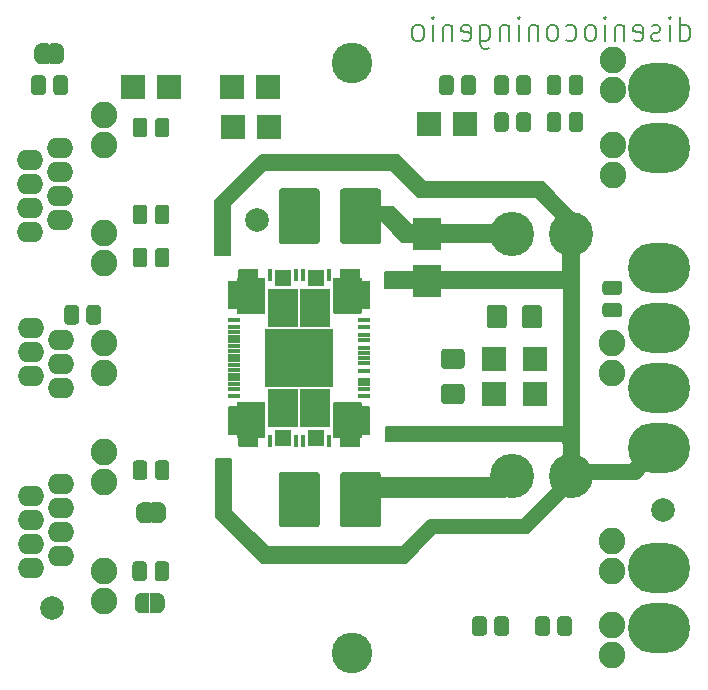
<source format=gbr>
G04 #@! TF.GenerationSoftware,KiCad,Pcbnew,5.0.0-fee4fd1~66~ubuntu16.04.1*
G04 #@! TF.CreationDate,2018-10-14T02:51:50-03:00*
G04 #@! TF.ProjectId,pap,7061702E6B696361645F706362000000,rev?*
G04 #@! TF.SameCoordinates,Original*
G04 #@! TF.FileFunction,Soldermask,Bot*
G04 #@! TF.FilePolarity,Negative*
%FSLAX46Y46*%
G04 Gerber Fmt 4.6, Leading zero omitted, Abs format (unit mm)*
G04 Created by KiCad (PCBNEW 5.0.0-fee4fd1~66~ubuntu16.04.1) date Sun Oct 14 02:51:50 2018*
%MOMM*%
%LPD*%
G01*
G04 APERTURE LIST*
%ADD10C,0.200000*%
%ADD11C,0.150000*%
%ADD12O,5.250000X4.250000*%
%ADD13C,2.250000*%
%ADD14C,2.000000*%
%ADD15C,0.500000*%
%ADD16C,0.100000*%
%ADD17R,2.050000X2.050000*%
%ADD18C,1.675000*%
%ADD19C,1.225000*%
%ADD20C,3.450000*%
%ADD21R,2.450000X2.750000*%
%ADD22O,2.250000X1.750000*%
%ADD23C,3.750000*%
%ADD24C,1.500000*%
%ADD25R,2.550000X3.260000*%
%ADD26R,0.450000X1.050000*%
%ADD27R,1.050000X0.450000*%
%ADD28R,5.830000X4.930000*%
%ADD29R,1.410000X1.450000*%
G04 APERTURE END LIST*
D10*
X150216024Y-85653840D02*
X150216024Y-83653840D01*
X150216024Y-85558602D02*
X150387452Y-85653840D01*
X150730310Y-85653840D01*
X150901738Y-85558602D01*
X150987452Y-85463364D01*
X151073167Y-85272888D01*
X151073167Y-84701459D01*
X150987452Y-84510983D01*
X150901738Y-84415745D01*
X150730310Y-84320507D01*
X150387452Y-84320507D01*
X150216024Y-84415745D01*
X149358881Y-85653840D02*
X149358881Y-84320507D01*
X149358881Y-83653840D02*
X149444595Y-83749079D01*
X149358881Y-83844317D01*
X149273167Y-83749079D01*
X149358881Y-83653840D01*
X149358881Y-83844317D01*
X148587452Y-85558602D02*
X148416024Y-85653840D01*
X148073167Y-85653840D01*
X147901738Y-85558602D01*
X147816024Y-85368126D01*
X147816024Y-85272888D01*
X147901738Y-85082412D01*
X148073167Y-84987174D01*
X148330310Y-84987174D01*
X148501738Y-84891936D01*
X148587452Y-84701459D01*
X148587452Y-84606221D01*
X148501738Y-84415745D01*
X148330310Y-84320507D01*
X148073167Y-84320507D01*
X147901738Y-84415745D01*
X146358881Y-85558602D02*
X146530310Y-85653840D01*
X146873167Y-85653840D01*
X147044595Y-85558602D01*
X147130310Y-85368126D01*
X147130310Y-84606221D01*
X147044595Y-84415745D01*
X146873167Y-84320507D01*
X146530310Y-84320507D01*
X146358881Y-84415745D01*
X146273167Y-84606221D01*
X146273167Y-84796698D01*
X147130310Y-84987174D01*
X145501738Y-84320507D02*
X145501738Y-85653840D01*
X145501738Y-84510983D02*
X145416024Y-84415745D01*
X145244595Y-84320507D01*
X144987452Y-84320507D01*
X144816024Y-84415745D01*
X144730310Y-84606221D01*
X144730310Y-85653840D01*
X143873167Y-85653840D02*
X143873167Y-84320507D01*
X143873167Y-83653840D02*
X143958881Y-83749079D01*
X143873167Y-83844317D01*
X143787452Y-83749079D01*
X143873167Y-83653840D01*
X143873167Y-83844317D01*
X142758881Y-85653840D02*
X142930310Y-85558602D01*
X143016024Y-85463364D01*
X143101738Y-85272888D01*
X143101738Y-84701459D01*
X143016024Y-84510983D01*
X142930310Y-84415745D01*
X142758881Y-84320507D01*
X142501738Y-84320507D01*
X142330310Y-84415745D01*
X142244595Y-84510983D01*
X142158881Y-84701459D01*
X142158881Y-85272888D01*
X142244595Y-85463364D01*
X142330310Y-85558602D01*
X142501738Y-85653840D01*
X142758881Y-85653840D01*
X140616024Y-85558602D02*
X140787452Y-85653840D01*
X141130310Y-85653840D01*
X141301738Y-85558602D01*
X141387452Y-85463364D01*
X141473167Y-85272888D01*
X141473167Y-84701459D01*
X141387452Y-84510983D01*
X141301738Y-84415745D01*
X141130310Y-84320507D01*
X140787452Y-84320507D01*
X140616024Y-84415745D01*
X139587452Y-85653840D02*
X139758881Y-85558602D01*
X139844595Y-85463364D01*
X139930310Y-85272888D01*
X139930310Y-84701459D01*
X139844595Y-84510983D01*
X139758881Y-84415745D01*
X139587452Y-84320507D01*
X139330310Y-84320507D01*
X139158881Y-84415745D01*
X139073167Y-84510983D01*
X138987452Y-84701459D01*
X138987452Y-85272888D01*
X139073167Y-85463364D01*
X139158881Y-85558602D01*
X139330310Y-85653840D01*
X139587452Y-85653840D01*
X138216024Y-84320507D02*
X138216024Y-85653840D01*
X138216024Y-84510983D02*
X138130310Y-84415745D01*
X137958881Y-84320507D01*
X137701738Y-84320507D01*
X137530310Y-84415745D01*
X137444595Y-84606221D01*
X137444595Y-85653840D01*
X136587452Y-85653840D02*
X136587452Y-84320507D01*
X136587452Y-83653840D02*
X136673167Y-83749079D01*
X136587452Y-83844317D01*
X136501738Y-83749079D01*
X136587452Y-83653840D01*
X136587452Y-83844317D01*
X135730310Y-84320507D02*
X135730310Y-85653840D01*
X135730310Y-84510983D02*
X135644595Y-84415745D01*
X135473167Y-84320507D01*
X135216024Y-84320507D01*
X135044595Y-84415745D01*
X134958881Y-84606221D01*
X134958881Y-85653840D01*
X133330310Y-84320507D02*
X133330310Y-85939555D01*
X133416024Y-86130031D01*
X133501738Y-86225269D01*
X133673167Y-86320507D01*
X133930310Y-86320507D01*
X134101738Y-86225269D01*
X133330310Y-85558602D02*
X133501738Y-85653840D01*
X133844595Y-85653840D01*
X134016024Y-85558602D01*
X134101738Y-85463364D01*
X134187452Y-85272888D01*
X134187452Y-84701459D01*
X134101738Y-84510983D01*
X134016024Y-84415745D01*
X133844595Y-84320507D01*
X133501738Y-84320507D01*
X133330310Y-84415745D01*
X131787452Y-85558602D02*
X131958881Y-85653840D01*
X132301738Y-85653840D01*
X132473167Y-85558602D01*
X132558881Y-85368126D01*
X132558881Y-84606221D01*
X132473167Y-84415745D01*
X132301738Y-84320507D01*
X131958881Y-84320507D01*
X131787452Y-84415745D01*
X131701738Y-84606221D01*
X131701738Y-84796698D01*
X132558881Y-84987174D01*
X130930310Y-84320507D02*
X130930310Y-85653840D01*
X130930310Y-84510983D02*
X130844595Y-84415745D01*
X130673167Y-84320507D01*
X130416024Y-84320507D01*
X130244595Y-84415745D01*
X130158881Y-84606221D01*
X130158881Y-85653840D01*
X129301738Y-85653840D02*
X129301738Y-84320507D01*
X129301738Y-83653840D02*
X129387452Y-83749079D01*
X129301738Y-83844317D01*
X129216024Y-83749079D01*
X129301738Y-83653840D01*
X129301738Y-83844317D01*
X128187452Y-85653840D02*
X128358881Y-85558602D01*
X128444595Y-85463364D01*
X128530310Y-85272888D01*
X128530310Y-84701459D01*
X128444595Y-84510983D01*
X128358881Y-84415745D01*
X128187452Y-84320507D01*
X127930310Y-84320507D01*
X127758881Y-84415745D01*
X127673167Y-84510983D01*
X127587452Y-84701459D01*
X127587452Y-85272888D01*
X127673167Y-85463364D01*
X127758881Y-85558602D01*
X127930310Y-85653840D01*
X128187452Y-85653840D01*
D11*
G36*
X124830310Y-99749079D02*
X124830310Y-100749079D01*
X126730310Y-102649079D01*
X134530310Y-102649079D01*
X134530310Y-101249079D01*
X127430310Y-101249079D01*
X125930310Y-99749079D01*
X124830310Y-99749079D01*
G37*
X124830310Y-99749079D02*
X124830310Y-100749079D01*
X126730310Y-102649079D01*
X134530310Y-102649079D01*
X134530310Y-101249079D01*
X127430310Y-101249079D01*
X125930310Y-99749079D01*
X124830310Y-99749079D01*
G36*
X124730310Y-124249079D02*
X124730310Y-122649079D01*
X134430310Y-122649079D01*
X135430310Y-123549079D01*
X135430310Y-124249079D01*
X125830310Y-124249079D01*
X124730310Y-124249079D01*
G37*
X124730310Y-124249079D02*
X124730310Y-122649079D01*
X134430310Y-122649079D01*
X135430310Y-123549079D01*
X135430310Y-124249079D01*
X125830310Y-124249079D01*
X124730310Y-124249079D01*
G36*
X142130310Y-122749079D02*
X142130310Y-121549079D01*
X146030310Y-121549079D01*
X146730310Y-120849079D01*
X147630310Y-121749079D01*
X146730310Y-122649079D01*
X146630310Y-122749079D01*
X142130310Y-122749079D01*
G37*
X142130310Y-122749079D02*
X142130310Y-121549079D01*
X146030310Y-121549079D01*
X146730310Y-120849079D01*
X147630310Y-121749079D01*
X146730310Y-122649079D01*
X146630310Y-122749079D01*
X142130310Y-122749079D01*
G36*
X125330310Y-118349079D02*
X125330310Y-119549079D01*
X140230310Y-119549079D01*
X140430310Y-119749079D01*
X140430310Y-121149079D01*
X141730310Y-121149079D01*
X141730310Y-103149079D01*
X140430310Y-103149079D01*
X140330310Y-103149079D01*
X140330310Y-105249079D01*
X125230310Y-105249079D01*
X125230310Y-106549079D01*
X140430310Y-106549079D01*
X140430310Y-118349079D01*
X125330310Y-118349079D01*
G37*
X125330310Y-118349079D02*
X125330310Y-119549079D01*
X140230310Y-119549079D01*
X140430310Y-119749079D01*
X140430310Y-121149079D01*
X141730310Y-121149079D01*
X141730310Y-103149079D01*
X140430310Y-103149079D01*
X140330310Y-103149079D01*
X140330310Y-105249079D01*
X125230310Y-105249079D01*
X125230310Y-106549079D01*
X140430310Y-106549079D01*
X140430310Y-118349079D01*
X125330310Y-118349079D01*
G36*
X110830310Y-103749079D02*
X112130310Y-103749079D01*
X112130310Y-99549079D01*
X115130310Y-96549079D01*
X125730310Y-96549079D01*
X128030310Y-98849079D01*
X138030310Y-98849079D01*
X139930310Y-100749079D01*
X140030310Y-100849079D01*
X140230310Y-101049079D01*
X141030310Y-100249079D01*
X141130310Y-100149079D01*
X138630310Y-97649079D01*
X128630310Y-97649079D01*
X126330310Y-95349079D01*
X114730310Y-95349079D01*
X110830310Y-99249079D01*
X110830310Y-103749079D01*
G37*
X110830310Y-103749079D02*
X112130310Y-103749079D01*
X112130310Y-99549079D01*
X115130310Y-96549079D01*
X125730310Y-96549079D01*
X128030310Y-98849079D01*
X138030310Y-98849079D01*
X139930310Y-100749079D01*
X140030310Y-100849079D01*
X140230310Y-101049079D01*
X141030310Y-100249079D01*
X141130310Y-100149079D01*
X138630310Y-97649079D01*
X128630310Y-97649079D01*
X126330310Y-95349079D01*
X114730310Y-95349079D01*
X110830310Y-99249079D01*
X110830310Y-103749079D01*
G36*
X110930310Y-121049079D02*
X112230310Y-121049079D01*
X112230310Y-125449079D01*
X115330310Y-128549079D01*
X126730310Y-128549079D01*
X129030310Y-126249079D01*
X136830310Y-126249079D01*
X139630310Y-123449079D01*
X140430310Y-124249079D01*
X137330310Y-127349079D01*
X129530310Y-127349079D01*
X127030310Y-129849079D01*
X114830310Y-129849079D01*
X110930310Y-125949079D01*
X110930310Y-121049079D01*
G37*
X110930310Y-121049079D02*
X112230310Y-121049079D01*
X112230310Y-125449079D01*
X115330310Y-128549079D01*
X126730310Y-128549079D01*
X129030310Y-126249079D01*
X136830310Y-126249079D01*
X139630310Y-123449079D01*
X140430310Y-124249079D01*
X137330310Y-127349079D01*
X129530310Y-127349079D01*
X127030310Y-129849079D01*
X114830310Y-129849079D01*
X110930310Y-125949079D01*
X110930310Y-121049079D01*
D12*
G04 #@! TO.C,J53*
X148500000Y-89640000D03*
X148500000Y-94720000D03*
G04 #@! TD*
D13*
G04 #@! TO.C,D10*
X144600000Y-89840000D03*
X144600000Y-87300000D03*
G04 #@! TD*
D14*
G04 #@! TO.C,F2*
X97030310Y-133649079D03*
G04 #@! TD*
G04 #@! TO.C,F3*
X114430310Y-100849079D03*
G04 #@! TD*
G04 #@! TO.C,F1*
X148830310Y-125349079D03*
G04 #@! TD*
D13*
G04 #@! TO.C,D14*
X144500000Y-113749079D03*
X144500000Y-111209079D03*
G04 #@! TD*
D15*
G04 #@! TO.C,JP2*
X104680310Y-133249079D03*
D16*
G36*
X105204696Y-132376481D02*
X105228145Y-132383594D01*
X105249756Y-132395145D01*
X105268698Y-132410691D01*
X105284244Y-132429633D01*
X105295795Y-132451244D01*
X105302908Y-132474693D01*
X105305310Y-132499079D01*
X105305310Y-133999079D01*
X105302908Y-134023465D01*
X105295795Y-134046914D01*
X105284244Y-134068525D01*
X105268698Y-134087467D01*
X105249756Y-134103013D01*
X105228145Y-134114564D01*
X105204696Y-134121677D01*
X105180310Y-134124079D01*
X104680310Y-134124079D01*
X104674198Y-134123477D01*
X104655776Y-134123477D01*
X104643522Y-134122875D01*
X104594691Y-134118065D01*
X104582560Y-134116265D01*
X104534435Y-134106693D01*
X104522534Y-134103712D01*
X104475579Y-134089468D01*
X104464031Y-134085336D01*
X104418698Y-134066559D01*
X104407605Y-134061313D01*
X104364332Y-134038182D01*
X104353815Y-134031878D01*
X104313016Y-134004618D01*
X104303160Y-133997309D01*
X104265231Y-133966181D01*
X104256143Y-133957943D01*
X104221446Y-133923246D01*
X104213208Y-133914158D01*
X104182080Y-133876229D01*
X104174771Y-133866373D01*
X104147511Y-133825574D01*
X104141207Y-133815057D01*
X104118076Y-133771784D01*
X104112830Y-133760691D01*
X104094053Y-133715358D01*
X104089921Y-133703810D01*
X104075677Y-133656855D01*
X104072696Y-133644954D01*
X104063124Y-133596829D01*
X104061324Y-133584698D01*
X104056514Y-133535867D01*
X104055912Y-133523613D01*
X104055912Y-133505191D01*
X104055310Y-133499079D01*
X104055310Y-132999079D01*
X104055912Y-132992967D01*
X104055912Y-132974545D01*
X104056514Y-132962291D01*
X104061324Y-132913460D01*
X104063124Y-132901329D01*
X104072696Y-132853204D01*
X104075677Y-132841303D01*
X104089921Y-132794348D01*
X104094053Y-132782800D01*
X104112830Y-132737467D01*
X104118076Y-132726374D01*
X104141207Y-132683101D01*
X104147511Y-132672584D01*
X104174771Y-132631785D01*
X104182080Y-132621929D01*
X104213208Y-132584000D01*
X104221446Y-132574912D01*
X104256143Y-132540215D01*
X104265231Y-132531977D01*
X104303160Y-132500849D01*
X104313016Y-132493540D01*
X104353815Y-132466280D01*
X104364332Y-132459976D01*
X104407605Y-132436845D01*
X104418698Y-132431599D01*
X104464031Y-132412822D01*
X104475579Y-132408690D01*
X104522534Y-132394446D01*
X104534435Y-132391465D01*
X104582560Y-132381893D01*
X104594691Y-132380093D01*
X104643522Y-132375283D01*
X104655776Y-132374681D01*
X104674198Y-132374681D01*
X104680310Y-132374079D01*
X105180310Y-132374079D01*
X105204696Y-132376481D01*
X105204696Y-132376481D01*
G37*
D15*
X105980310Y-133249079D03*
D16*
G36*
X105986422Y-132374681D02*
X106004844Y-132374681D01*
X106017098Y-132375283D01*
X106065929Y-132380093D01*
X106078060Y-132381893D01*
X106126185Y-132391465D01*
X106138086Y-132394446D01*
X106185041Y-132408690D01*
X106196589Y-132412822D01*
X106241922Y-132431599D01*
X106253015Y-132436845D01*
X106296288Y-132459976D01*
X106306805Y-132466280D01*
X106347604Y-132493540D01*
X106357460Y-132500849D01*
X106395389Y-132531977D01*
X106404477Y-132540215D01*
X106439174Y-132574912D01*
X106447412Y-132584000D01*
X106478540Y-132621929D01*
X106485849Y-132631785D01*
X106513109Y-132672584D01*
X106519413Y-132683101D01*
X106542544Y-132726374D01*
X106547790Y-132737467D01*
X106566567Y-132782800D01*
X106570699Y-132794348D01*
X106584943Y-132841303D01*
X106587924Y-132853204D01*
X106597496Y-132901329D01*
X106599296Y-132913460D01*
X106604106Y-132962291D01*
X106604708Y-132974545D01*
X106604708Y-132992967D01*
X106605310Y-132999079D01*
X106605310Y-133499079D01*
X106604708Y-133505191D01*
X106604708Y-133523613D01*
X106604106Y-133535867D01*
X106599296Y-133584698D01*
X106597496Y-133596829D01*
X106587924Y-133644954D01*
X106584943Y-133656855D01*
X106570699Y-133703810D01*
X106566567Y-133715358D01*
X106547790Y-133760691D01*
X106542544Y-133771784D01*
X106519413Y-133815057D01*
X106513109Y-133825574D01*
X106485849Y-133866373D01*
X106478540Y-133876229D01*
X106447412Y-133914158D01*
X106439174Y-133923246D01*
X106404477Y-133957943D01*
X106395389Y-133966181D01*
X106357460Y-133997309D01*
X106347604Y-134004618D01*
X106306805Y-134031878D01*
X106296288Y-134038182D01*
X106253015Y-134061313D01*
X106241922Y-134066559D01*
X106196589Y-134085336D01*
X106185041Y-134089468D01*
X106138086Y-134103712D01*
X106126185Y-134106693D01*
X106078060Y-134116265D01*
X106065929Y-134118065D01*
X106017098Y-134122875D01*
X106004844Y-134123477D01*
X105986422Y-134123477D01*
X105980310Y-134124079D01*
X105480310Y-134124079D01*
X105455924Y-134121677D01*
X105432475Y-134114564D01*
X105410864Y-134103013D01*
X105391922Y-134087467D01*
X105376376Y-134068525D01*
X105364825Y-134046914D01*
X105357712Y-134023465D01*
X105355310Y-133999079D01*
X105355310Y-132499079D01*
X105357712Y-132474693D01*
X105364825Y-132451244D01*
X105376376Y-132429633D01*
X105391922Y-132410691D01*
X105410864Y-132395145D01*
X105432475Y-132383594D01*
X105455924Y-132376481D01*
X105480310Y-132374079D01*
X105980310Y-132374079D01*
X105986422Y-132374681D01*
X105986422Y-132374681D01*
G37*
G04 #@! TD*
D17*
G04 #@! TO.C,D15*
X115330310Y-89549079D03*
X112330310Y-89549079D03*
G04 #@! TD*
G04 #@! TO.C,D16*
X112430310Y-92949079D03*
X115430310Y-92949079D03*
G04 #@! TD*
D16*
G04 #@! TO.C,C4*
G36*
X135302753Y-108001415D02*
X135331279Y-108005646D01*
X135359253Y-108012654D01*
X135386405Y-108022369D01*
X135412475Y-108034699D01*
X135437210Y-108049524D01*
X135460373Y-108066703D01*
X135481740Y-108086070D01*
X135501107Y-108107437D01*
X135518286Y-108130600D01*
X135533111Y-108155335D01*
X135545441Y-108181405D01*
X135555156Y-108208557D01*
X135562164Y-108236531D01*
X135566395Y-108265057D01*
X135567810Y-108293860D01*
X135567810Y-109706140D01*
X135566395Y-109734943D01*
X135562164Y-109763469D01*
X135555156Y-109791443D01*
X135545441Y-109818595D01*
X135533111Y-109844665D01*
X135518286Y-109869400D01*
X135501107Y-109892563D01*
X135481740Y-109913930D01*
X135460373Y-109933297D01*
X135437210Y-109950476D01*
X135412475Y-109965301D01*
X135386405Y-109977631D01*
X135359253Y-109987346D01*
X135331279Y-109994354D01*
X135302753Y-109998585D01*
X135273950Y-110000000D01*
X134186670Y-110000000D01*
X134157867Y-109998585D01*
X134129341Y-109994354D01*
X134101367Y-109987346D01*
X134074215Y-109977631D01*
X134048145Y-109965301D01*
X134023410Y-109950476D01*
X134000247Y-109933297D01*
X133978880Y-109913930D01*
X133959513Y-109892563D01*
X133942334Y-109869400D01*
X133927509Y-109844665D01*
X133915179Y-109818595D01*
X133905464Y-109791443D01*
X133898456Y-109763469D01*
X133894225Y-109734943D01*
X133892810Y-109706140D01*
X133892810Y-108293860D01*
X133894225Y-108265057D01*
X133898456Y-108236531D01*
X133905464Y-108208557D01*
X133915179Y-108181405D01*
X133927509Y-108155335D01*
X133942334Y-108130600D01*
X133959513Y-108107437D01*
X133978880Y-108086070D01*
X134000247Y-108066703D01*
X134023410Y-108049524D01*
X134048145Y-108034699D01*
X134074215Y-108022369D01*
X134101367Y-108012654D01*
X134129341Y-108005646D01*
X134157867Y-108001415D01*
X134186670Y-108000000D01*
X135273950Y-108000000D01*
X135302753Y-108001415D01*
X135302753Y-108001415D01*
G37*
D18*
X134730310Y-109000000D03*
D16*
G36*
X138277753Y-108001415D02*
X138306279Y-108005646D01*
X138334253Y-108012654D01*
X138361405Y-108022369D01*
X138387475Y-108034699D01*
X138412210Y-108049524D01*
X138435373Y-108066703D01*
X138456740Y-108086070D01*
X138476107Y-108107437D01*
X138493286Y-108130600D01*
X138508111Y-108155335D01*
X138520441Y-108181405D01*
X138530156Y-108208557D01*
X138537164Y-108236531D01*
X138541395Y-108265057D01*
X138542810Y-108293860D01*
X138542810Y-109706140D01*
X138541395Y-109734943D01*
X138537164Y-109763469D01*
X138530156Y-109791443D01*
X138520441Y-109818595D01*
X138508111Y-109844665D01*
X138493286Y-109869400D01*
X138476107Y-109892563D01*
X138456740Y-109913930D01*
X138435373Y-109933297D01*
X138412210Y-109950476D01*
X138387475Y-109965301D01*
X138361405Y-109977631D01*
X138334253Y-109987346D01*
X138306279Y-109994354D01*
X138277753Y-109998585D01*
X138248950Y-110000000D01*
X137161670Y-110000000D01*
X137132867Y-109998585D01*
X137104341Y-109994354D01*
X137076367Y-109987346D01*
X137049215Y-109977631D01*
X137023145Y-109965301D01*
X136998410Y-109950476D01*
X136975247Y-109933297D01*
X136953880Y-109913930D01*
X136934513Y-109892563D01*
X136917334Y-109869400D01*
X136902509Y-109844665D01*
X136890179Y-109818595D01*
X136880464Y-109791443D01*
X136873456Y-109763469D01*
X136869225Y-109734943D01*
X136867810Y-109706140D01*
X136867810Y-108293860D01*
X136869225Y-108265057D01*
X136873456Y-108236531D01*
X136880464Y-108208557D01*
X136890179Y-108181405D01*
X136902509Y-108155335D01*
X136917334Y-108130600D01*
X136934513Y-108107437D01*
X136953880Y-108086070D01*
X136975247Y-108066703D01*
X136998410Y-108049524D01*
X137023145Y-108034699D01*
X137049215Y-108022369D01*
X137076367Y-108012654D01*
X137104341Y-108005646D01*
X137132867Y-108001415D01*
X137161670Y-108000000D01*
X138248950Y-108000000D01*
X138277753Y-108001415D01*
X138277753Y-108001415D01*
G37*
D18*
X137705310Y-109000000D03*
G04 #@! TD*
D15*
G04 #@! TO.C,JP52*
X97480310Y-86749079D03*
D16*
G36*
X96955924Y-87621677D02*
X96932475Y-87614564D01*
X96910864Y-87603013D01*
X96891922Y-87587467D01*
X96876376Y-87568525D01*
X96864825Y-87546914D01*
X96857712Y-87523465D01*
X96855310Y-87499079D01*
X96855310Y-85999079D01*
X96857712Y-85974693D01*
X96864825Y-85951244D01*
X96876376Y-85929633D01*
X96891922Y-85910691D01*
X96910864Y-85895145D01*
X96932475Y-85883594D01*
X96955924Y-85876481D01*
X96980310Y-85874079D01*
X97480310Y-85874079D01*
X97486422Y-85874681D01*
X97504844Y-85874681D01*
X97517098Y-85875283D01*
X97565929Y-85880093D01*
X97578060Y-85881893D01*
X97626185Y-85891465D01*
X97638086Y-85894446D01*
X97685041Y-85908690D01*
X97696589Y-85912822D01*
X97741922Y-85931599D01*
X97753015Y-85936845D01*
X97796288Y-85959976D01*
X97806805Y-85966280D01*
X97847604Y-85993540D01*
X97857460Y-86000849D01*
X97895389Y-86031977D01*
X97904477Y-86040215D01*
X97939174Y-86074912D01*
X97947412Y-86084000D01*
X97978540Y-86121929D01*
X97985849Y-86131785D01*
X98013109Y-86172584D01*
X98019413Y-86183101D01*
X98042544Y-86226374D01*
X98047790Y-86237467D01*
X98066567Y-86282800D01*
X98070699Y-86294348D01*
X98084943Y-86341303D01*
X98087924Y-86353204D01*
X98097496Y-86401329D01*
X98099296Y-86413460D01*
X98104106Y-86462291D01*
X98104708Y-86474545D01*
X98104708Y-86492967D01*
X98105310Y-86499079D01*
X98105310Y-86999079D01*
X98104708Y-87005191D01*
X98104708Y-87023613D01*
X98104106Y-87035867D01*
X98099296Y-87084698D01*
X98097496Y-87096829D01*
X98087924Y-87144954D01*
X98084943Y-87156855D01*
X98070699Y-87203810D01*
X98066567Y-87215358D01*
X98047790Y-87260691D01*
X98042544Y-87271784D01*
X98019413Y-87315057D01*
X98013109Y-87325574D01*
X97985849Y-87366373D01*
X97978540Y-87376229D01*
X97947412Y-87414158D01*
X97939174Y-87423246D01*
X97904477Y-87457943D01*
X97895389Y-87466181D01*
X97857460Y-87497309D01*
X97847604Y-87504618D01*
X97806805Y-87531878D01*
X97796288Y-87538182D01*
X97753015Y-87561313D01*
X97741922Y-87566559D01*
X97696589Y-87585336D01*
X97685041Y-87589468D01*
X97638086Y-87603712D01*
X97626185Y-87606693D01*
X97578060Y-87616265D01*
X97565929Y-87618065D01*
X97517098Y-87622875D01*
X97504844Y-87623477D01*
X97486422Y-87623477D01*
X97480310Y-87624079D01*
X96980310Y-87624079D01*
X96955924Y-87621677D01*
X96955924Y-87621677D01*
G37*
D15*
X96180310Y-86749079D03*
D16*
G36*
X96174198Y-87623477D02*
X96155776Y-87623477D01*
X96143522Y-87622875D01*
X96094691Y-87618065D01*
X96082560Y-87616265D01*
X96034435Y-87606693D01*
X96022534Y-87603712D01*
X95975579Y-87589468D01*
X95964031Y-87585336D01*
X95918698Y-87566559D01*
X95907605Y-87561313D01*
X95864332Y-87538182D01*
X95853815Y-87531878D01*
X95813016Y-87504618D01*
X95803160Y-87497309D01*
X95765231Y-87466181D01*
X95756143Y-87457943D01*
X95721446Y-87423246D01*
X95713208Y-87414158D01*
X95682080Y-87376229D01*
X95674771Y-87366373D01*
X95647511Y-87325574D01*
X95641207Y-87315057D01*
X95618076Y-87271784D01*
X95612830Y-87260691D01*
X95594053Y-87215358D01*
X95589921Y-87203810D01*
X95575677Y-87156855D01*
X95572696Y-87144954D01*
X95563124Y-87096829D01*
X95561324Y-87084698D01*
X95556514Y-87035867D01*
X95555912Y-87023613D01*
X95555912Y-87005191D01*
X95555310Y-86999079D01*
X95555310Y-86499079D01*
X95555912Y-86492967D01*
X95555912Y-86474545D01*
X95556514Y-86462291D01*
X95561324Y-86413460D01*
X95563124Y-86401329D01*
X95572696Y-86353204D01*
X95575677Y-86341303D01*
X95589921Y-86294348D01*
X95594053Y-86282800D01*
X95612830Y-86237467D01*
X95618076Y-86226374D01*
X95641207Y-86183101D01*
X95647511Y-86172584D01*
X95674771Y-86131785D01*
X95682080Y-86121929D01*
X95713208Y-86084000D01*
X95721446Y-86074912D01*
X95756143Y-86040215D01*
X95765231Y-86031977D01*
X95803160Y-86000849D01*
X95813016Y-85993540D01*
X95853815Y-85966280D01*
X95864332Y-85959976D01*
X95907605Y-85936845D01*
X95918698Y-85931599D01*
X95964031Y-85912822D01*
X95975579Y-85908690D01*
X96022534Y-85894446D01*
X96034435Y-85891465D01*
X96082560Y-85881893D01*
X96094691Y-85880093D01*
X96143522Y-85875283D01*
X96155776Y-85874681D01*
X96174198Y-85874681D01*
X96180310Y-85874079D01*
X96680310Y-85874079D01*
X96704696Y-85876481D01*
X96728145Y-85883594D01*
X96749756Y-85895145D01*
X96768698Y-85910691D01*
X96784244Y-85929633D01*
X96795795Y-85951244D01*
X96802908Y-85974693D01*
X96805310Y-85999079D01*
X96805310Y-87499079D01*
X96802908Y-87523465D01*
X96795795Y-87546914D01*
X96784244Y-87568525D01*
X96768698Y-87587467D01*
X96749756Y-87603013D01*
X96728145Y-87614564D01*
X96704696Y-87621677D01*
X96680310Y-87624079D01*
X96180310Y-87624079D01*
X96174198Y-87623477D01*
X96174198Y-87623477D01*
G37*
G04 #@! TD*
G04 #@! TO.C,R8*
G36*
X104829078Y-129725554D02*
X104858806Y-129729964D01*
X104887960Y-129737266D01*
X104916257Y-129747391D01*
X104943425Y-129760241D01*
X104969203Y-129775691D01*
X104993343Y-129793595D01*
X105015611Y-129813778D01*
X105035794Y-129836046D01*
X105053698Y-129860186D01*
X105069148Y-129885964D01*
X105081998Y-129913132D01*
X105092123Y-129941429D01*
X105099425Y-129970583D01*
X105103835Y-130000311D01*
X105105310Y-130030329D01*
X105105310Y-131067829D01*
X105103835Y-131097847D01*
X105099425Y-131127575D01*
X105092123Y-131156729D01*
X105081998Y-131185026D01*
X105069148Y-131212194D01*
X105053698Y-131237972D01*
X105035794Y-131262112D01*
X105015611Y-131284380D01*
X104993343Y-131304563D01*
X104969203Y-131322467D01*
X104943425Y-131337917D01*
X104916257Y-131350767D01*
X104887960Y-131360892D01*
X104858806Y-131368194D01*
X104829078Y-131372604D01*
X104799060Y-131374079D01*
X104186560Y-131374079D01*
X104156542Y-131372604D01*
X104126814Y-131368194D01*
X104097660Y-131360892D01*
X104069363Y-131350767D01*
X104042195Y-131337917D01*
X104016417Y-131322467D01*
X103992277Y-131304563D01*
X103970009Y-131284380D01*
X103949826Y-131262112D01*
X103931922Y-131237972D01*
X103916472Y-131212194D01*
X103903622Y-131185026D01*
X103893497Y-131156729D01*
X103886195Y-131127575D01*
X103881785Y-131097847D01*
X103880310Y-131067829D01*
X103880310Y-130030329D01*
X103881785Y-130000311D01*
X103886195Y-129970583D01*
X103893497Y-129941429D01*
X103903622Y-129913132D01*
X103916472Y-129885964D01*
X103931922Y-129860186D01*
X103949826Y-129836046D01*
X103970009Y-129813778D01*
X103992277Y-129793595D01*
X104016417Y-129775691D01*
X104042195Y-129760241D01*
X104069363Y-129747391D01*
X104097660Y-129737266D01*
X104126814Y-129729964D01*
X104156542Y-129725554D01*
X104186560Y-129724079D01*
X104799060Y-129724079D01*
X104829078Y-129725554D01*
X104829078Y-129725554D01*
G37*
D19*
X104492810Y-130549079D03*
D16*
G36*
X106704078Y-129725554D02*
X106733806Y-129729964D01*
X106762960Y-129737266D01*
X106791257Y-129747391D01*
X106818425Y-129760241D01*
X106844203Y-129775691D01*
X106868343Y-129793595D01*
X106890611Y-129813778D01*
X106910794Y-129836046D01*
X106928698Y-129860186D01*
X106944148Y-129885964D01*
X106956998Y-129913132D01*
X106967123Y-129941429D01*
X106974425Y-129970583D01*
X106978835Y-130000311D01*
X106980310Y-130030329D01*
X106980310Y-131067829D01*
X106978835Y-131097847D01*
X106974425Y-131127575D01*
X106967123Y-131156729D01*
X106956998Y-131185026D01*
X106944148Y-131212194D01*
X106928698Y-131237972D01*
X106910794Y-131262112D01*
X106890611Y-131284380D01*
X106868343Y-131304563D01*
X106844203Y-131322467D01*
X106818425Y-131337917D01*
X106791257Y-131350767D01*
X106762960Y-131360892D01*
X106733806Y-131368194D01*
X106704078Y-131372604D01*
X106674060Y-131374079D01*
X106061560Y-131374079D01*
X106031542Y-131372604D01*
X106001814Y-131368194D01*
X105972660Y-131360892D01*
X105944363Y-131350767D01*
X105917195Y-131337917D01*
X105891417Y-131322467D01*
X105867277Y-131304563D01*
X105845009Y-131284380D01*
X105824826Y-131262112D01*
X105806922Y-131237972D01*
X105791472Y-131212194D01*
X105778622Y-131185026D01*
X105768497Y-131156729D01*
X105761195Y-131127575D01*
X105756785Y-131097847D01*
X105755310Y-131067829D01*
X105755310Y-130030329D01*
X105756785Y-130000311D01*
X105761195Y-129970583D01*
X105768497Y-129941429D01*
X105778622Y-129913132D01*
X105791472Y-129885964D01*
X105806922Y-129860186D01*
X105824826Y-129836046D01*
X105845009Y-129813778D01*
X105867277Y-129793595D01*
X105891417Y-129775691D01*
X105917195Y-129760241D01*
X105944363Y-129747391D01*
X105972660Y-129737266D01*
X106001814Y-129729964D01*
X106031542Y-129725554D01*
X106061560Y-129724079D01*
X106674060Y-129724079D01*
X106704078Y-129725554D01*
X106704078Y-129725554D01*
G37*
D19*
X106367810Y-130549079D03*
G04 #@! TD*
D16*
G04 #@! TO.C,R204*
G36*
X98136268Y-88576475D02*
X98165996Y-88580885D01*
X98195150Y-88588187D01*
X98223447Y-88598312D01*
X98250615Y-88611162D01*
X98276393Y-88626612D01*
X98300533Y-88644516D01*
X98322801Y-88664699D01*
X98342984Y-88686967D01*
X98360888Y-88711107D01*
X98376338Y-88736885D01*
X98389188Y-88764053D01*
X98399313Y-88792350D01*
X98406615Y-88821504D01*
X98411025Y-88851232D01*
X98412500Y-88881250D01*
X98412500Y-89918750D01*
X98411025Y-89948768D01*
X98406615Y-89978496D01*
X98399313Y-90007650D01*
X98389188Y-90035947D01*
X98376338Y-90063115D01*
X98360888Y-90088893D01*
X98342984Y-90113033D01*
X98322801Y-90135301D01*
X98300533Y-90155484D01*
X98276393Y-90173388D01*
X98250615Y-90188838D01*
X98223447Y-90201688D01*
X98195150Y-90211813D01*
X98165996Y-90219115D01*
X98136268Y-90223525D01*
X98106250Y-90225000D01*
X97493750Y-90225000D01*
X97463732Y-90223525D01*
X97434004Y-90219115D01*
X97404850Y-90211813D01*
X97376553Y-90201688D01*
X97349385Y-90188838D01*
X97323607Y-90173388D01*
X97299467Y-90155484D01*
X97277199Y-90135301D01*
X97257016Y-90113033D01*
X97239112Y-90088893D01*
X97223662Y-90063115D01*
X97210812Y-90035947D01*
X97200687Y-90007650D01*
X97193385Y-89978496D01*
X97188975Y-89948768D01*
X97187500Y-89918750D01*
X97187500Y-88881250D01*
X97188975Y-88851232D01*
X97193385Y-88821504D01*
X97200687Y-88792350D01*
X97210812Y-88764053D01*
X97223662Y-88736885D01*
X97239112Y-88711107D01*
X97257016Y-88686967D01*
X97277199Y-88664699D01*
X97299467Y-88644516D01*
X97323607Y-88626612D01*
X97349385Y-88611162D01*
X97376553Y-88598312D01*
X97404850Y-88588187D01*
X97434004Y-88580885D01*
X97463732Y-88576475D01*
X97493750Y-88575000D01*
X98106250Y-88575000D01*
X98136268Y-88576475D01*
X98136268Y-88576475D01*
G37*
D19*
X97800000Y-89400000D03*
D16*
G36*
X96261268Y-88576475D02*
X96290996Y-88580885D01*
X96320150Y-88588187D01*
X96348447Y-88598312D01*
X96375615Y-88611162D01*
X96401393Y-88626612D01*
X96425533Y-88644516D01*
X96447801Y-88664699D01*
X96467984Y-88686967D01*
X96485888Y-88711107D01*
X96501338Y-88736885D01*
X96514188Y-88764053D01*
X96524313Y-88792350D01*
X96531615Y-88821504D01*
X96536025Y-88851232D01*
X96537500Y-88881250D01*
X96537500Y-89918750D01*
X96536025Y-89948768D01*
X96531615Y-89978496D01*
X96524313Y-90007650D01*
X96514188Y-90035947D01*
X96501338Y-90063115D01*
X96485888Y-90088893D01*
X96467984Y-90113033D01*
X96447801Y-90135301D01*
X96425533Y-90155484D01*
X96401393Y-90173388D01*
X96375615Y-90188838D01*
X96348447Y-90201688D01*
X96320150Y-90211813D01*
X96290996Y-90219115D01*
X96261268Y-90223525D01*
X96231250Y-90225000D01*
X95618750Y-90225000D01*
X95588732Y-90223525D01*
X95559004Y-90219115D01*
X95529850Y-90211813D01*
X95501553Y-90201688D01*
X95474385Y-90188838D01*
X95448607Y-90173388D01*
X95424467Y-90155484D01*
X95402199Y-90135301D01*
X95382016Y-90113033D01*
X95364112Y-90088893D01*
X95348662Y-90063115D01*
X95335812Y-90035947D01*
X95325687Y-90007650D01*
X95318385Y-89978496D01*
X95313975Y-89948768D01*
X95312500Y-89918750D01*
X95312500Y-88881250D01*
X95313975Y-88851232D01*
X95318385Y-88821504D01*
X95325687Y-88792350D01*
X95335812Y-88764053D01*
X95348662Y-88736885D01*
X95364112Y-88711107D01*
X95382016Y-88686967D01*
X95402199Y-88664699D01*
X95424467Y-88644516D01*
X95448607Y-88626612D01*
X95474385Y-88611162D01*
X95501553Y-88598312D01*
X95529850Y-88588187D01*
X95559004Y-88580885D01*
X95588732Y-88576475D01*
X95618750Y-88575000D01*
X96231250Y-88575000D01*
X96261268Y-88576475D01*
X96261268Y-88576475D01*
G37*
D19*
X95925000Y-89400000D03*
G04 #@! TD*
D16*
G04 #@! TO.C,R9*
G36*
X106736268Y-99525554D02*
X106765996Y-99529964D01*
X106795150Y-99537266D01*
X106823447Y-99547391D01*
X106850615Y-99560241D01*
X106876393Y-99575691D01*
X106900533Y-99593595D01*
X106922801Y-99613778D01*
X106942984Y-99636046D01*
X106960888Y-99660186D01*
X106976338Y-99685964D01*
X106989188Y-99713132D01*
X106999313Y-99741429D01*
X107006615Y-99770583D01*
X107011025Y-99800311D01*
X107012500Y-99830329D01*
X107012500Y-100867829D01*
X107011025Y-100897847D01*
X107006615Y-100927575D01*
X106999313Y-100956729D01*
X106989188Y-100985026D01*
X106976338Y-101012194D01*
X106960888Y-101037972D01*
X106942984Y-101062112D01*
X106922801Y-101084380D01*
X106900533Y-101104563D01*
X106876393Y-101122467D01*
X106850615Y-101137917D01*
X106823447Y-101150767D01*
X106795150Y-101160892D01*
X106765996Y-101168194D01*
X106736268Y-101172604D01*
X106706250Y-101174079D01*
X106093750Y-101174079D01*
X106063732Y-101172604D01*
X106034004Y-101168194D01*
X106004850Y-101160892D01*
X105976553Y-101150767D01*
X105949385Y-101137917D01*
X105923607Y-101122467D01*
X105899467Y-101104563D01*
X105877199Y-101084380D01*
X105857016Y-101062112D01*
X105839112Y-101037972D01*
X105823662Y-101012194D01*
X105810812Y-100985026D01*
X105800687Y-100956729D01*
X105793385Y-100927575D01*
X105788975Y-100897847D01*
X105787500Y-100867829D01*
X105787500Y-99830329D01*
X105788975Y-99800311D01*
X105793385Y-99770583D01*
X105800687Y-99741429D01*
X105810812Y-99713132D01*
X105823662Y-99685964D01*
X105839112Y-99660186D01*
X105857016Y-99636046D01*
X105877199Y-99613778D01*
X105899467Y-99593595D01*
X105923607Y-99575691D01*
X105949385Y-99560241D01*
X105976553Y-99547391D01*
X106004850Y-99537266D01*
X106034004Y-99529964D01*
X106063732Y-99525554D01*
X106093750Y-99524079D01*
X106706250Y-99524079D01*
X106736268Y-99525554D01*
X106736268Y-99525554D01*
G37*
D19*
X106400000Y-100349079D03*
D16*
G36*
X104861268Y-99525554D02*
X104890996Y-99529964D01*
X104920150Y-99537266D01*
X104948447Y-99547391D01*
X104975615Y-99560241D01*
X105001393Y-99575691D01*
X105025533Y-99593595D01*
X105047801Y-99613778D01*
X105067984Y-99636046D01*
X105085888Y-99660186D01*
X105101338Y-99685964D01*
X105114188Y-99713132D01*
X105124313Y-99741429D01*
X105131615Y-99770583D01*
X105136025Y-99800311D01*
X105137500Y-99830329D01*
X105137500Y-100867829D01*
X105136025Y-100897847D01*
X105131615Y-100927575D01*
X105124313Y-100956729D01*
X105114188Y-100985026D01*
X105101338Y-101012194D01*
X105085888Y-101037972D01*
X105067984Y-101062112D01*
X105047801Y-101084380D01*
X105025533Y-101104563D01*
X105001393Y-101122467D01*
X104975615Y-101137917D01*
X104948447Y-101150767D01*
X104920150Y-101160892D01*
X104890996Y-101168194D01*
X104861268Y-101172604D01*
X104831250Y-101174079D01*
X104218750Y-101174079D01*
X104188732Y-101172604D01*
X104159004Y-101168194D01*
X104129850Y-101160892D01*
X104101553Y-101150767D01*
X104074385Y-101137917D01*
X104048607Y-101122467D01*
X104024467Y-101104563D01*
X104002199Y-101084380D01*
X103982016Y-101062112D01*
X103964112Y-101037972D01*
X103948662Y-101012194D01*
X103935812Y-100985026D01*
X103925687Y-100956729D01*
X103918385Y-100927575D01*
X103913975Y-100897847D01*
X103912500Y-100867829D01*
X103912500Y-99830329D01*
X103913975Y-99800311D01*
X103918385Y-99770583D01*
X103925687Y-99741429D01*
X103935812Y-99713132D01*
X103948662Y-99685964D01*
X103964112Y-99660186D01*
X103982016Y-99636046D01*
X104002199Y-99613778D01*
X104024467Y-99593595D01*
X104048607Y-99575691D01*
X104074385Y-99560241D01*
X104101553Y-99547391D01*
X104129850Y-99537266D01*
X104159004Y-99529964D01*
X104188732Y-99525554D01*
X104218750Y-99524079D01*
X104831250Y-99524079D01*
X104861268Y-99525554D01*
X104861268Y-99525554D01*
G37*
D19*
X104525000Y-100349079D03*
G04 #@! TD*
D13*
G04 #@! TO.C,D13*
X101500000Y-91960000D03*
X101500000Y-94500000D03*
G04 #@! TD*
D15*
G04 #@! TO.C,JP51*
X106112500Y-125600000D03*
D16*
G36*
X105588114Y-126472598D02*
X105564665Y-126465485D01*
X105543054Y-126453934D01*
X105524112Y-126438388D01*
X105508566Y-126419446D01*
X105497015Y-126397835D01*
X105489902Y-126374386D01*
X105487500Y-126350000D01*
X105487500Y-124850000D01*
X105489902Y-124825614D01*
X105497015Y-124802165D01*
X105508566Y-124780554D01*
X105524112Y-124761612D01*
X105543054Y-124746066D01*
X105564665Y-124734515D01*
X105588114Y-124727402D01*
X105612500Y-124725000D01*
X106112500Y-124725000D01*
X106118612Y-124725602D01*
X106137034Y-124725602D01*
X106149288Y-124726204D01*
X106198119Y-124731014D01*
X106210250Y-124732814D01*
X106258375Y-124742386D01*
X106270276Y-124745367D01*
X106317231Y-124759611D01*
X106328779Y-124763743D01*
X106374112Y-124782520D01*
X106385205Y-124787766D01*
X106428478Y-124810897D01*
X106438995Y-124817201D01*
X106479794Y-124844461D01*
X106489650Y-124851770D01*
X106527579Y-124882898D01*
X106536667Y-124891136D01*
X106571364Y-124925833D01*
X106579602Y-124934921D01*
X106610730Y-124972850D01*
X106618039Y-124982706D01*
X106645299Y-125023505D01*
X106651603Y-125034022D01*
X106674734Y-125077295D01*
X106679980Y-125088388D01*
X106698757Y-125133721D01*
X106702889Y-125145269D01*
X106717133Y-125192224D01*
X106720114Y-125204125D01*
X106729686Y-125252250D01*
X106731486Y-125264381D01*
X106736296Y-125313212D01*
X106736898Y-125325466D01*
X106736898Y-125343888D01*
X106737500Y-125350000D01*
X106737500Y-125850000D01*
X106736898Y-125856112D01*
X106736898Y-125874534D01*
X106736296Y-125886788D01*
X106731486Y-125935619D01*
X106729686Y-125947750D01*
X106720114Y-125995875D01*
X106717133Y-126007776D01*
X106702889Y-126054731D01*
X106698757Y-126066279D01*
X106679980Y-126111612D01*
X106674734Y-126122705D01*
X106651603Y-126165978D01*
X106645299Y-126176495D01*
X106618039Y-126217294D01*
X106610730Y-126227150D01*
X106579602Y-126265079D01*
X106571364Y-126274167D01*
X106536667Y-126308864D01*
X106527579Y-126317102D01*
X106489650Y-126348230D01*
X106479794Y-126355539D01*
X106438995Y-126382799D01*
X106428478Y-126389103D01*
X106385205Y-126412234D01*
X106374112Y-126417480D01*
X106328779Y-126436257D01*
X106317231Y-126440389D01*
X106270276Y-126454633D01*
X106258375Y-126457614D01*
X106210250Y-126467186D01*
X106198119Y-126468986D01*
X106149288Y-126473796D01*
X106137034Y-126474398D01*
X106118612Y-126474398D01*
X106112500Y-126475000D01*
X105612500Y-126475000D01*
X105588114Y-126472598D01*
X105588114Y-126472598D01*
G37*
D15*
X104812500Y-125600000D03*
D16*
G36*
X104806388Y-126474398D02*
X104787966Y-126474398D01*
X104775712Y-126473796D01*
X104726881Y-126468986D01*
X104714750Y-126467186D01*
X104666625Y-126457614D01*
X104654724Y-126454633D01*
X104607769Y-126440389D01*
X104596221Y-126436257D01*
X104550888Y-126417480D01*
X104539795Y-126412234D01*
X104496522Y-126389103D01*
X104486005Y-126382799D01*
X104445206Y-126355539D01*
X104435350Y-126348230D01*
X104397421Y-126317102D01*
X104388333Y-126308864D01*
X104353636Y-126274167D01*
X104345398Y-126265079D01*
X104314270Y-126227150D01*
X104306961Y-126217294D01*
X104279701Y-126176495D01*
X104273397Y-126165978D01*
X104250266Y-126122705D01*
X104245020Y-126111612D01*
X104226243Y-126066279D01*
X104222111Y-126054731D01*
X104207867Y-126007776D01*
X104204886Y-125995875D01*
X104195314Y-125947750D01*
X104193514Y-125935619D01*
X104188704Y-125886788D01*
X104188102Y-125874534D01*
X104188102Y-125856112D01*
X104187500Y-125850000D01*
X104187500Y-125350000D01*
X104188102Y-125343888D01*
X104188102Y-125325466D01*
X104188704Y-125313212D01*
X104193514Y-125264381D01*
X104195314Y-125252250D01*
X104204886Y-125204125D01*
X104207867Y-125192224D01*
X104222111Y-125145269D01*
X104226243Y-125133721D01*
X104245020Y-125088388D01*
X104250266Y-125077295D01*
X104273397Y-125034022D01*
X104279701Y-125023505D01*
X104306961Y-124982706D01*
X104314270Y-124972850D01*
X104345398Y-124934921D01*
X104353636Y-124925833D01*
X104388333Y-124891136D01*
X104397421Y-124882898D01*
X104435350Y-124851770D01*
X104445206Y-124844461D01*
X104486005Y-124817201D01*
X104496522Y-124810897D01*
X104539795Y-124787766D01*
X104550888Y-124782520D01*
X104596221Y-124763743D01*
X104607769Y-124759611D01*
X104654724Y-124745367D01*
X104666625Y-124742386D01*
X104714750Y-124732814D01*
X104726881Y-124731014D01*
X104775712Y-124726204D01*
X104787966Y-124725602D01*
X104806388Y-124725602D01*
X104812500Y-124725000D01*
X105312500Y-124725000D01*
X105336886Y-124727402D01*
X105360335Y-124734515D01*
X105381946Y-124746066D01*
X105400888Y-124761612D01*
X105416434Y-124780554D01*
X105427985Y-124802165D01*
X105435098Y-124825614D01*
X105437500Y-124850000D01*
X105437500Y-126350000D01*
X105435098Y-126374386D01*
X105427985Y-126397835D01*
X105416434Y-126419446D01*
X105400888Y-126438388D01*
X105381946Y-126453934D01*
X105360335Y-126465485D01*
X105336886Y-126472598D01*
X105312500Y-126475000D01*
X104812500Y-126475000D01*
X104806388Y-126474398D01*
X104806388Y-126474398D01*
G37*
G04 #@! TD*
D13*
G04 #@! TO.C,D9*
X101500000Y-111210000D03*
X101500000Y-113750000D03*
G04 #@! TD*
D17*
G04 #@! TO.C,D2*
X134500000Y-112562500D03*
X134500000Y-115562500D03*
G04 #@! TD*
D16*
G04 #@! TO.C,R14*
G36*
X141773768Y-91701476D02*
X141803496Y-91705886D01*
X141832650Y-91713188D01*
X141860947Y-91723313D01*
X141888115Y-91736163D01*
X141913893Y-91751613D01*
X141938033Y-91769517D01*
X141960301Y-91789700D01*
X141980484Y-91811968D01*
X141998388Y-91836108D01*
X142013838Y-91861886D01*
X142026688Y-91889054D01*
X142036813Y-91917351D01*
X142044115Y-91946505D01*
X142048525Y-91976233D01*
X142050000Y-92006251D01*
X142050000Y-93043751D01*
X142048525Y-93073769D01*
X142044115Y-93103497D01*
X142036813Y-93132651D01*
X142026688Y-93160948D01*
X142013838Y-93188116D01*
X141998388Y-93213894D01*
X141980484Y-93238034D01*
X141960301Y-93260302D01*
X141938033Y-93280485D01*
X141913893Y-93298389D01*
X141888115Y-93313839D01*
X141860947Y-93326689D01*
X141832650Y-93336814D01*
X141803496Y-93344116D01*
X141773768Y-93348526D01*
X141743750Y-93350001D01*
X141131250Y-93350001D01*
X141101232Y-93348526D01*
X141071504Y-93344116D01*
X141042350Y-93336814D01*
X141014053Y-93326689D01*
X140986885Y-93313839D01*
X140961107Y-93298389D01*
X140936967Y-93280485D01*
X140914699Y-93260302D01*
X140894516Y-93238034D01*
X140876612Y-93213894D01*
X140861162Y-93188116D01*
X140848312Y-93160948D01*
X140838187Y-93132651D01*
X140830885Y-93103497D01*
X140826475Y-93073769D01*
X140825000Y-93043751D01*
X140825000Y-92006251D01*
X140826475Y-91976233D01*
X140830885Y-91946505D01*
X140838187Y-91917351D01*
X140848312Y-91889054D01*
X140861162Y-91861886D01*
X140876612Y-91836108D01*
X140894516Y-91811968D01*
X140914699Y-91789700D01*
X140936967Y-91769517D01*
X140961107Y-91751613D01*
X140986885Y-91736163D01*
X141014053Y-91723313D01*
X141042350Y-91713188D01*
X141071504Y-91705886D01*
X141101232Y-91701476D01*
X141131250Y-91700001D01*
X141743750Y-91700001D01*
X141773768Y-91701476D01*
X141773768Y-91701476D01*
G37*
D19*
X141437500Y-92525001D03*
D16*
G36*
X139898768Y-91701476D02*
X139928496Y-91705886D01*
X139957650Y-91713188D01*
X139985947Y-91723313D01*
X140013115Y-91736163D01*
X140038893Y-91751613D01*
X140063033Y-91769517D01*
X140085301Y-91789700D01*
X140105484Y-91811968D01*
X140123388Y-91836108D01*
X140138838Y-91861886D01*
X140151688Y-91889054D01*
X140161813Y-91917351D01*
X140169115Y-91946505D01*
X140173525Y-91976233D01*
X140175000Y-92006251D01*
X140175000Y-93043751D01*
X140173525Y-93073769D01*
X140169115Y-93103497D01*
X140161813Y-93132651D01*
X140151688Y-93160948D01*
X140138838Y-93188116D01*
X140123388Y-93213894D01*
X140105484Y-93238034D01*
X140085301Y-93260302D01*
X140063033Y-93280485D01*
X140038893Y-93298389D01*
X140013115Y-93313839D01*
X139985947Y-93326689D01*
X139957650Y-93336814D01*
X139928496Y-93344116D01*
X139898768Y-93348526D01*
X139868750Y-93350001D01*
X139256250Y-93350001D01*
X139226232Y-93348526D01*
X139196504Y-93344116D01*
X139167350Y-93336814D01*
X139139053Y-93326689D01*
X139111885Y-93313839D01*
X139086107Y-93298389D01*
X139061967Y-93280485D01*
X139039699Y-93260302D01*
X139019516Y-93238034D01*
X139001612Y-93213894D01*
X138986162Y-93188116D01*
X138973312Y-93160948D01*
X138963187Y-93132651D01*
X138955885Y-93103497D01*
X138951475Y-93073769D01*
X138950000Y-93043751D01*
X138950000Y-92006251D01*
X138951475Y-91976233D01*
X138955885Y-91946505D01*
X138963187Y-91917351D01*
X138973312Y-91889054D01*
X138986162Y-91861886D01*
X139001612Y-91836108D01*
X139019516Y-91811968D01*
X139039699Y-91789700D01*
X139061967Y-91769517D01*
X139086107Y-91751613D01*
X139111885Y-91736163D01*
X139139053Y-91723313D01*
X139167350Y-91713188D01*
X139196504Y-91705886D01*
X139226232Y-91701476D01*
X139256250Y-91700001D01*
X139868750Y-91700001D01*
X139898768Y-91701476D01*
X139898768Y-91701476D01*
G37*
D19*
X139562500Y-92525001D03*
G04 #@! TD*
D20*
G04 #@! TO.C,MH101*
X122500000Y-137500000D03*
G04 #@! TD*
G04 #@! TO.C,MH102*
X122500000Y-87500000D03*
G04 #@! TD*
D16*
G04 #@! TO.C,R3*
G36*
X124681888Y-122151298D02*
X124708052Y-122155179D01*
X124733710Y-122161606D01*
X124758614Y-122170517D01*
X124782525Y-122181826D01*
X124805212Y-122195424D01*
X124826458Y-122211181D01*
X124846056Y-122228944D01*
X124863819Y-122248542D01*
X124879576Y-122269788D01*
X124893174Y-122292475D01*
X124904483Y-122316386D01*
X124913394Y-122341290D01*
X124919821Y-122366948D01*
X124923702Y-122393112D01*
X124925000Y-122419531D01*
X124925000Y-126580469D01*
X124923702Y-126606888D01*
X124919821Y-126633052D01*
X124913394Y-126658710D01*
X124904483Y-126683614D01*
X124893174Y-126707525D01*
X124879576Y-126730212D01*
X124863819Y-126751458D01*
X124846056Y-126771056D01*
X124826458Y-126788819D01*
X124805212Y-126804576D01*
X124782525Y-126818174D01*
X124758614Y-126829483D01*
X124733710Y-126838394D01*
X124708052Y-126844821D01*
X124681888Y-126848702D01*
X124655469Y-126850000D01*
X121744531Y-126850000D01*
X121718112Y-126848702D01*
X121691948Y-126844821D01*
X121666290Y-126838394D01*
X121641386Y-126829483D01*
X121617475Y-126818174D01*
X121594788Y-126804576D01*
X121573542Y-126788819D01*
X121553944Y-126771056D01*
X121536181Y-126751458D01*
X121520424Y-126730212D01*
X121506826Y-126707525D01*
X121495517Y-126683614D01*
X121486606Y-126658710D01*
X121480179Y-126633052D01*
X121476298Y-126606888D01*
X121475000Y-126580469D01*
X121475000Y-122419531D01*
X121476298Y-122393112D01*
X121480179Y-122366948D01*
X121486606Y-122341290D01*
X121495517Y-122316386D01*
X121506826Y-122292475D01*
X121520424Y-122269788D01*
X121536181Y-122248542D01*
X121553944Y-122228944D01*
X121573542Y-122211181D01*
X121594788Y-122195424D01*
X121617475Y-122181826D01*
X121641386Y-122170517D01*
X121666290Y-122161606D01*
X121691948Y-122155179D01*
X121718112Y-122151298D01*
X121744531Y-122150000D01*
X124655469Y-122150000D01*
X124681888Y-122151298D01*
X124681888Y-122151298D01*
G37*
D20*
X123200000Y-124500000D03*
D16*
G36*
X119481888Y-122151298D02*
X119508052Y-122155179D01*
X119533710Y-122161606D01*
X119558614Y-122170517D01*
X119582525Y-122181826D01*
X119605212Y-122195424D01*
X119626458Y-122211181D01*
X119646056Y-122228944D01*
X119663819Y-122248542D01*
X119679576Y-122269788D01*
X119693174Y-122292475D01*
X119704483Y-122316386D01*
X119713394Y-122341290D01*
X119719821Y-122366948D01*
X119723702Y-122393112D01*
X119725000Y-122419531D01*
X119725000Y-126580469D01*
X119723702Y-126606888D01*
X119719821Y-126633052D01*
X119713394Y-126658710D01*
X119704483Y-126683614D01*
X119693174Y-126707525D01*
X119679576Y-126730212D01*
X119663819Y-126751458D01*
X119646056Y-126771056D01*
X119626458Y-126788819D01*
X119605212Y-126804576D01*
X119582525Y-126818174D01*
X119558614Y-126829483D01*
X119533710Y-126838394D01*
X119508052Y-126844821D01*
X119481888Y-126848702D01*
X119455469Y-126850000D01*
X116544531Y-126850000D01*
X116518112Y-126848702D01*
X116491948Y-126844821D01*
X116466290Y-126838394D01*
X116441386Y-126829483D01*
X116417475Y-126818174D01*
X116394788Y-126804576D01*
X116373542Y-126788819D01*
X116353944Y-126771056D01*
X116336181Y-126751458D01*
X116320424Y-126730212D01*
X116306826Y-126707525D01*
X116295517Y-126683614D01*
X116286606Y-126658710D01*
X116280179Y-126633052D01*
X116276298Y-126606888D01*
X116275000Y-126580469D01*
X116275000Y-122419531D01*
X116276298Y-122393112D01*
X116280179Y-122366948D01*
X116286606Y-122341290D01*
X116295517Y-122316386D01*
X116306826Y-122292475D01*
X116320424Y-122269788D01*
X116336181Y-122248542D01*
X116353944Y-122228944D01*
X116373542Y-122211181D01*
X116394788Y-122195424D01*
X116417475Y-122181826D01*
X116441386Y-122170517D01*
X116466290Y-122161606D01*
X116491948Y-122155179D01*
X116518112Y-122151298D01*
X116544531Y-122150000D01*
X119455469Y-122150000D01*
X119481888Y-122151298D01*
X119481888Y-122151298D01*
G37*
D20*
X118000000Y-124500000D03*
G04 #@! TD*
D16*
G04 #@! TO.C,R4*
G36*
X124681888Y-98151298D02*
X124708052Y-98155179D01*
X124733710Y-98161606D01*
X124758614Y-98170517D01*
X124782525Y-98181826D01*
X124805212Y-98195424D01*
X124826458Y-98211181D01*
X124846056Y-98228944D01*
X124863819Y-98248542D01*
X124879576Y-98269788D01*
X124893174Y-98292475D01*
X124904483Y-98316386D01*
X124913394Y-98341290D01*
X124919821Y-98366948D01*
X124923702Y-98393112D01*
X124925000Y-98419531D01*
X124925000Y-102580469D01*
X124923702Y-102606888D01*
X124919821Y-102633052D01*
X124913394Y-102658710D01*
X124904483Y-102683614D01*
X124893174Y-102707525D01*
X124879576Y-102730212D01*
X124863819Y-102751458D01*
X124846056Y-102771056D01*
X124826458Y-102788819D01*
X124805212Y-102804576D01*
X124782525Y-102818174D01*
X124758614Y-102829483D01*
X124733710Y-102838394D01*
X124708052Y-102844821D01*
X124681888Y-102848702D01*
X124655469Y-102850000D01*
X121744531Y-102850000D01*
X121718112Y-102848702D01*
X121691948Y-102844821D01*
X121666290Y-102838394D01*
X121641386Y-102829483D01*
X121617475Y-102818174D01*
X121594788Y-102804576D01*
X121573542Y-102788819D01*
X121553944Y-102771056D01*
X121536181Y-102751458D01*
X121520424Y-102730212D01*
X121506826Y-102707525D01*
X121495517Y-102683614D01*
X121486606Y-102658710D01*
X121480179Y-102633052D01*
X121476298Y-102606888D01*
X121475000Y-102580469D01*
X121475000Y-98419531D01*
X121476298Y-98393112D01*
X121480179Y-98366948D01*
X121486606Y-98341290D01*
X121495517Y-98316386D01*
X121506826Y-98292475D01*
X121520424Y-98269788D01*
X121536181Y-98248542D01*
X121553944Y-98228944D01*
X121573542Y-98211181D01*
X121594788Y-98195424D01*
X121617475Y-98181826D01*
X121641386Y-98170517D01*
X121666290Y-98161606D01*
X121691948Y-98155179D01*
X121718112Y-98151298D01*
X121744531Y-98150000D01*
X124655469Y-98150000D01*
X124681888Y-98151298D01*
X124681888Y-98151298D01*
G37*
D20*
X123200000Y-100500000D03*
D16*
G36*
X119481888Y-98151298D02*
X119508052Y-98155179D01*
X119533710Y-98161606D01*
X119558614Y-98170517D01*
X119582525Y-98181826D01*
X119605212Y-98195424D01*
X119626458Y-98211181D01*
X119646056Y-98228944D01*
X119663819Y-98248542D01*
X119679576Y-98269788D01*
X119693174Y-98292475D01*
X119704483Y-98316386D01*
X119713394Y-98341290D01*
X119719821Y-98366948D01*
X119723702Y-98393112D01*
X119725000Y-98419531D01*
X119725000Y-102580469D01*
X119723702Y-102606888D01*
X119719821Y-102633052D01*
X119713394Y-102658710D01*
X119704483Y-102683614D01*
X119693174Y-102707525D01*
X119679576Y-102730212D01*
X119663819Y-102751458D01*
X119646056Y-102771056D01*
X119626458Y-102788819D01*
X119605212Y-102804576D01*
X119582525Y-102818174D01*
X119558614Y-102829483D01*
X119533710Y-102838394D01*
X119508052Y-102844821D01*
X119481888Y-102848702D01*
X119455469Y-102850000D01*
X116544531Y-102850000D01*
X116518112Y-102848702D01*
X116491948Y-102844821D01*
X116466290Y-102838394D01*
X116441386Y-102829483D01*
X116417475Y-102818174D01*
X116394788Y-102804576D01*
X116373542Y-102788819D01*
X116353944Y-102771056D01*
X116336181Y-102751458D01*
X116320424Y-102730212D01*
X116306826Y-102707525D01*
X116295517Y-102683614D01*
X116286606Y-102658710D01*
X116280179Y-102633052D01*
X116276298Y-102606888D01*
X116275000Y-102580469D01*
X116275000Y-98419531D01*
X116276298Y-98393112D01*
X116280179Y-98366948D01*
X116286606Y-98341290D01*
X116295517Y-98316386D01*
X116306826Y-98292475D01*
X116320424Y-98269788D01*
X116336181Y-98248542D01*
X116353944Y-98228944D01*
X116373542Y-98211181D01*
X116394788Y-98195424D01*
X116417475Y-98181826D01*
X116441386Y-98170517D01*
X116466290Y-98161606D01*
X116491948Y-98155179D01*
X116518112Y-98151298D01*
X116544531Y-98150000D01*
X119455469Y-98150000D01*
X119481888Y-98151298D01*
X119481888Y-98151298D01*
G37*
D20*
X118000000Y-100500000D03*
G04 #@! TD*
D16*
G04 #@! TO.C,R10*
G36*
X104861268Y-121176475D02*
X104890996Y-121180885D01*
X104920150Y-121188187D01*
X104948447Y-121198312D01*
X104975615Y-121211162D01*
X105001393Y-121226612D01*
X105025533Y-121244516D01*
X105047801Y-121264699D01*
X105067984Y-121286967D01*
X105085888Y-121311107D01*
X105101338Y-121336885D01*
X105114188Y-121364053D01*
X105124313Y-121392350D01*
X105131615Y-121421504D01*
X105136025Y-121451232D01*
X105137500Y-121481250D01*
X105137500Y-122518750D01*
X105136025Y-122548768D01*
X105131615Y-122578496D01*
X105124313Y-122607650D01*
X105114188Y-122635947D01*
X105101338Y-122663115D01*
X105085888Y-122688893D01*
X105067984Y-122713033D01*
X105047801Y-122735301D01*
X105025533Y-122755484D01*
X105001393Y-122773388D01*
X104975615Y-122788838D01*
X104948447Y-122801688D01*
X104920150Y-122811813D01*
X104890996Y-122819115D01*
X104861268Y-122823525D01*
X104831250Y-122825000D01*
X104218750Y-122825000D01*
X104188732Y-122823525D01*
X104159004Y-122819115D01*
X104129850Y-122811813D01*
X104101553Y-122801688D01*
X104074385Y-122788838D01*
X104048607Y-122773388D01*
X104024467Y-122755484D01*
X104002199Y-122735301D01*
X103982016Y-122713033D01*
X103964112Y-122688893D01*
X103948662Y-122663115D01*
X103935812Y-122635947D01*
X103925687Y-122607650D01*
X103918385Y-122578496D01*
X103913975Y-122548768D01*
X103912500Y-122518750D01*
X103912500Y-121481250D01*
X103913975Y-121451232D01*
X103918385Y-121421504D01*
X103925687Y-121392350D01*
X103935812Y-121364053D01*
X103948662Y-121336885D01*
X103964112Y-121311107D01*
X103982016Y-121286967D01*
X104002199Y-121264699D01*
X104024467Y-121244516D01*
X104048607Y-121226612D01*
X104074385Y-121211162D01*
X104101553Y-121198312D01*
X104129850Y-121188187D01*
X104159004Y-121180885D01*
X104188732Y-121176475D01*
X104218750Y-121175000D01*
X104831250Y-121175000D01*
X104861268Y-121176475D01*
X104861268Y-121176475D01*
G37*
D19*
X104525000Y-122000000D03*
D16*
G36*
X106736268Y-121176475D02*
X106765996Y-121180885D01*
X106795150Y-121188187D01*
X106823447Y-121198312D01*
X106850615Y-121211162D01*
X106876393Y-121226612D01*
X106900533Y-121244516D01*
X106922801Y-121264699D01*
X106942984Y-121286967D01*
X106960888Y-121311107D01*
X106976338Y-121336885D01*
X106989188Y-121364053D01*
X106999313Y-121392350D01*
X107006615Y-121421504D01*
X107011025Y-121451232D01*
X107012500Y-121481250D01*
X107012500Y-122518750D01*
X107011025Y-122548768D01*
X107006615Y-122578496D01*
X106999313Y-122607650D01*
X106989188Y-122635947D01*
X106976338Y-122663115D01*
X106960888Y-122688893D01*
X106942984Y-122713033D01*
X106922801Y-122735301D01*
X106900533Y-122755484D01*
X106876393Y-122773388D01*
X106850615Y-122788838D01*
X106823447Y-122801688D01*
X106795150Y-122811813D01*
X106765996Y-122819115D01*
X106736268Y-122823525D01*
X106706250Y-122825000D01*
X106093750Y-122825000D01*
X106063732Y-122823525D01*
X106034004Y-122819115D01*
X106004850Y-122811813D01*
X105976553Y-122801688D01*
X105949385Y-122788838D01*
X105923607Y-122773388D01*
X105899467Y-122755484D01*
X105877199Y-122735301D01*
X105857016Y-122713033D01*
X105839112Y-122688893D01*
X105823662Y-122663115D01*
X105810812Y-122635947D01*
X105800687Y-122607650D01*
X105793385Y-122578496D01*
X105788975Y-122548768D01*
X105787500Y-122518750D01*
X105787500Y-121481250D01*
X105788975Y-121451232D01*
X105793385Y-121421504D01*
X105800687Y-121392350D01*
X105810812Y-121364053D01*
X105823662Y-121336885D01*
X105839112Y-121311107D01*
X105857016Y-121286967D01*
X105877199Y-121264699D01*
X105899467Y-121244516D01*
X105923607Y-121226612D01*
X105949385Y-121211162D01*
X105976553Y-121198312D01*
X106004850Y-121188187D01*
X106034004Y-121180885D01*
X106063732Y-121176475D01*
X106093750Y-121175000D01*
X106706250Y-121175000D01*
X106736268Y-121176475D01*
X106736268Y-121176475D01*
G37*
D19*
X106400000Y-122000000D03*
G04 #@! TD*
D16*
G04 #@! TO.C,R6*
G36*
X135461268Y-91701476D02*
X135490996Y-91705886D01*
X135520150Y-91713188D01*
X135548447Y-91723313D01*
X135575615Y-91736163D01*
X135601393Y-91751613D01*
X135625533Y-91769517D01*
X135647801Y-91789700D01*
X135667984Y-91811968D01*
X135685888Y-91836108D01*
X135701338Y-91861886D01*
X135714188Y-91889054D01*
X135724313Y-91917351D01*
X135731615Y-91946505D01*
X135736025Y-91976233D01*
X135737500Y-92006251D01*
X135737500Y-93043751D01*
X135736025Y-93073769D01*
X135731615Y-93103497D01*
X135724313Y-93132651D01*
X135714188Y-93160948D01*
X135701338Y-93188116D01*
X135685888Y-93213894D01*
X135667984Y-93238034D01*
X135647801Y-93260302D01*
X135625533Y-93280485D01*
X135601393Y-93298389D01*
X135575615Y-93313839D01*
X135548447Y-93326689D01*
X135520150Y-93336814D01*
X135490996Y-93344116D01*
X135461268Y-93348526D01*
X135431250Y-93350001D01*
X134818750Y-93350001D01*
X134788732Y-93348526D01*
X134759004Y-93344116D01*
X134729850Y-93336814D01*
X134701553Y-93326689D01*
X134674385Y-93313839D01*
X134648607Y-93298389D01*
X134624467Y-93280485D01*
X134602199Y-93260302D01*
X134582016Y-93238034D01*
X134564112Y-93213894D01*
X134548662Y-93188116D01*
X134535812Y-93160948D01*
X134525687Y-93132651D01*
X134518385Y-93103497D01*
X134513975Y-93073769D01*
X134512500Y-93043751D01*
X134512500Y-92006251D01*
X134513975Y-91976233D01*
X134518385Y-91946505D01*
X134525687Y-91917351D01*
X134535812Y-91889054D01*
X134548662Y-91861886D01*
X134564112Y-91836108D01*
X134582016Y-91811968D01*
X134602199Y-91789700D01*
X134624467Y-91769517D01*
X134648607Y-91751613D01*
X134674385Y-91736163D01*
X134701553Y-91723313D01*
X134729850Y-91713188D01*
X134759004Y-91705886D01*
X134788732Y-91701476D01*
X134818750Y-91700001D01*
X135431250Y-91700001D01*
X135461268Y-91701476D01*
X135461268Y-91701476D01*
G37*
D19*
X135125000Y-92525001D03*
D16*
G36*
X137336268Y-91701476D02*
X137365996Y-91705886D01*
X137395150Y-91713188D01*
X137423447Y-91723313D01*
X137450615Y-91736163D01*
X137476393Y-91751613D01*
X137500533Y-91769517D01*
X137522801Y-91789700D01*
X137542984Y-91811968D01*
X137560888Y-91836108D01*
X137576338Y-91861886D01*
X137589188Y-91889054D01*
X137599313Y-91917351D01*
X137606615Y-91946505D01*
X137611025Y-91976233D01*
X137612500Y-92006251D01*
X137612500Y-93043751D01*
X137611025Y-93073769D01*
X137606615Y-93103497D01*
X137599313Y-93132651D01*
X137589188Y-93160948D01*
X137576338Y-93188116D01*
X137560888Y-93213894D01*
X137542984Y-93238034D01*
X137522801Y-93260302D01*
X137500533Y-93280485D01*
X137476393Y-93298389D01*
X137450615Y-93313839D01*
X137423447Y-93326689D01*
X137395150Y-93336814D01*
X137365996Y-93344116D01*
X137336268Y-93348526D01*
X137306250Y-93350001D01*
X136693750Y-93350001D01*
X136663732Y-93348526D01*
X136634004Y-93344116D01*
X136604850Y-93336814D01*
X136576553Y-93326689D01*
X136549385Y-93313839D01*
X136523607Y-93298389D01*
X136499467Y-93280485D01*
X136477199Y-93260302D01*
X136457016Y-93238034D01*
X136439112Y-93213894D01*
X136423662Y-93188116D01*
X136410812Y-93160948D01*
X136400687Y-93132651D01*
X136393385Y-93103497D01*
X136388975Y-93073769D01*
X136387500Y-93043751D01*
X136387500Y-92006251D01*
X136388975Y-91976233D01*
X136393385Y-91946505D01*
X136400687Y-91917351D01*
X136410812Y-91889054D01*
X136423662Y-91861886D01*
X136439112Y-91836108D01*
X136457016Y-91811968D01*
X136477199Y-91789700D01*
X136499467Y-91769517D01*
X136523607Y-91751613D01*
X136549385Y-91736163D01*
X136576553Y-91723313D01*
X136604850Y-91713188D01*
X136634004Y-91705886D01*
X136663732Y-91701476D01*
X136693750Y-91700001D01*
X137306250Y-91700001D01*
X137336268Y-91701476D01*
X137336268Y-91701476D01*
G37*
D19*
X137000000Y-92525001D03*
G04 #@! TD*
D16*
G04 #@! TO.C,R7*
G36*
X137336268Y-88576475D02*
X137365996Y-88580885D01*
X137395150Y-88588187D01*
X137423447Y-88598312D01*
X137450615Y-88611162D01*
X137476393Y-88626612D01*
X137500533Y-88644516D01*
X137522801Y-88664699D01*
X137542984Y-88686967D01*
X137560888Y-88711107D01*
X137576338Y-88736885D01*
X137589188Y-88764053D01*
X137599313Y-88792350D01*
X137606615Y-88821504D01*
X137611025Y-88851232D01*
X137612500Y-88881250D01*
X137612500Y-89918750D01*
X137611025Y-89948768D01*
X137606615Y-89978496D01*
X137599313Y-90007650D01*
X137589188Y-90035947D01*
X137576338Y-90063115D01*
X137560888Y-90088893D01*
X137542984Y-90113033D01*
X137522801Y-90135301D01*
X137500533Y-90155484D01*
X137476393Y-90173388D01*
X137450615Y-90188838D01*
X137423447Y-90201688D01*
X137395150Y-90211813D01*
X137365996Y-90219115D01*
X137336268Y-90223525D01*
X137306250Y-90225000D01*
X136693750Y-90225000D01*
X136663732Y-90223525D01*
X136634004Y-90219115D01*
X136604850Y-90211813D01*
X136576553Y-90201688D01*
X136549385Y-90188838D01*
X136523607Y-90173388D01*
X136499467Y-90155484D01*
X136477199Y-90135301D01*
X136457016Y-90113033D01*
X136439112Y-90088893D01*
X136423662Y-90063115D01*
X136410812Y-90035947D01*
X136400687Y-90007650D01*
X136393385Y-89978496D01*
X136388975Y-89948768D01*
X136387500Y-89918750D01*
X136387500Y-88881250D01*
X136388975Y-88851232D01*
X136393385Y-88821504D01*
X136400687Y-88792350D01*
X136410812Y-88764053D01*
X136423662Y-88736885D01*
X136439112Y-88711107D01*
X136457016Y-88686967D01*
X136477199Y-88664699D01*
X136499467Y-88644516D01*
X136523607Y-88626612D01*
X136549385Y-88611162D01*
X136576553Y-88598312D01*
X136604850Y-88588187D01*
X136634004Y-88580885D01*
X136663732Y-88576475D01*
X136693750Y-88575000D01*
X137306250Y-88575000D01*
X137336268Y-88576475D01*
X137336268Y-88576475D01*
G37*
D19*
X137000000Y-89400000D03*
D16*
G36*
X135461268Y-88576475D02*
X135490996Y-88580885D01*
X135520150Y-88588187D01*
X135548447Y-88598312D01*
X135575615Y-88611162D01*
X135601393Y-88626612D01*
X135625533Y-88644516D01*
X135647801Y-88664699D01*
X135667984Y-88686967D01*
X135685888Y-88711107D01*
X135701338Y-88736885D01*
X135714188Y-88764053D01*
X135724313Y-88792350D01*
X135731615Y-88821504D01*
X135736025Y-88851232D01*
X135737500Y-88881250D01*
X135737500Y-89918750D01*
X135736025Y-89948768D01*
X135731615Y-89978496D01*
X135724313Y-90007650D01*
X135714188Y-90035947D01*
X135701338Y-90063115D01*
X135685888Y-90088893D01*
X135667984Y-90113033D01*
X135647801Y-90135301D01*
X135625533Y-90155484D01*
X135601393Y-90173388D01*
X135575615Y-90188838D01*
X135548447Y-90201688D01*
X135520150Y-90211813D01*
X135490996Y-90219115D01*
X135461268Y-90223525D01*
X135431250Y-90225000D01*
X134818750Y-90225000D01*
X134788732Y-90223525D01*
X134759004Y-90219115D01*
X134729850Y-90211813D01*
X134701553Y-90201688D01*
X134674385Y-90188838D01*
X134648607Y-90173388D01*
X134624467Y-90155484D01*
X134602199Y-90135301D01*
X134582016Y-90113033D01*
X134564112Y-90088893D01*
X134548662Y-90063115D01*
X134535812Y-90035947D01*
X134525687Y-90007650D01*
X134518385Y-89978496D01*
X134513975Y-89948768D01*
X134512500Y-89918750D01*
X134512500Y-88881250D01*
X134513975Y-88851232D01*
X134518385Y-88821504D01*
X134525687Y-88792350D01*
X134535812Y-88764053D01*
X134548662Y-88736885D01*
X134564112Y-88711107D01*
X134582016Y-88686967D01*
X134602199Y-88664699D01*
X134624467Y-88644516D01*
X134648607Y-88626612D01*
X134674385Y-88611162D01*
X134701553Y-88598312D01*
X134729850Y-88588187D01*
X134759004Y-88580885D01*
X134788732Y-88576475D01*
X134818750Y-88575000D01*
X135431250Y-88575000D01*
X135461268Y-88576475D01*
X135461268Y-88576475D01*
G37*
D19*
X135125000Y-89400000D03*
G04 #@! TD*
D16*
G04 #@! TO.C,R11*
G36*
X133598768Y-134376475D02*
X133628496Y-134380885D01*
X133657650Y-134388187D01*
X133685947Y-134398312D01*
X133713115Y-134411162D01*
X133738893Y-134426612D01*
X133763033Y-134444516D01*
X133785301Y-134464699D01*
X133805484Y-134486967D01*
X133823388Y-134511107D01*
X133838838Y-134536885D01*
X133851688Y-134564053D01*
X133861813Y-134592350D01*
X133869115Y-134621504D01*
X133873525Y-134651232D01*
X133875000Y-134681250D01*
X133875000Y-135718750D01*
X133873525Y-135748768D01*
X133869115Y-135778496D01*
X133861813Y-135807650D01*
X133851688Y-135835947D01*
X133838838Y-135863115D01*
X133823388Y-135888893D01*
X133805484Y-135913033D01*
X133785301Y-135935301D01*
X133763033Y-135955484D01*
X133738893Y-135973388D01*
X133713115Y-135988838D01*
X133685947Y-136001688D01*
X133657650Y-136011813D01*
X133628496Y-136019115D01*
X133598768Y-136023525D01*
X133568750Y-136025000D01*
X132956250Y-136025000D01*
X132926232Y-136023525D01*
X132896504Y-136019115D01*
X132867350Y-136011813D01*
X132839053Y-136001688D01*
X132811885Y-135988838D01*
X132786107Y-135973388D01*
X132761967Y-135955484D01*
X132739699Y-135935301D01*
X132719516Y-135913033D01*
X132701612Y-135888893D01*
X132686162Y-135863115D01*
X132673312Y-135835947D01*
X132663187Y-135807650D01*
X132655885Y-135778496D01*
X132651475Y-135748768D01*
X132650000Y-135718750D01*
X132650000Y-134681250D01*
X132651475Y-134651232D01*
X132655885Y-134621504D01*
X132663187Y-134592350D01*
X132673312Y-134564053D01*
X132686162Y-134536885D01*
X132701612Y-134511107D01*
X132719516Y-134486967D01*
X132739699Y-134464699D01*
X132761967Y-134444516D01*
X132786107Y-134426612D01*
X132811885Y-134411162D01*
X132839053Y-134398312D01*
X132867350Y-134388187D01*
X132896504Y-134380885D01*
X132926232Y-134376475D01*
X132956250Y-134375000D01*
X133568750Y-134375000D01*
X133598768Y-134376475D01*
X133598768Y-134376475D01*
G37*
D19*
X133262500Y-135200000D03*
D16*
G36*
X135473768Y-134376475D02*
X135503496Y-134380885D01*
X135532650Y-134388187D01*
X135560947Y-134398312D01*
X135588115Y-134411162D01*
X135613893Y-134426612D01*
X135638033Y-134444516D01*
X135660301Y-134464699D01*
X135680484Y-134486967D01*
X135698388Y-134511107D01*
X135713838Y-134536885D01*
X135726688Y-134564053D01*
X135736813Y-134592350D01*
X135744115Y-134621504D01*
X135748525Y-134651232D01*
X135750000Y-134681250D01*
X135750000Y-135718750D01*
X135748525Y-135748768D01*
X135744115Y-135778496D01*
X135736813Y-135807650D01*
X135726688Y-135835947D01*
X135713838Y-135863115D01*
X135698388Y-135888893D01*
X135680484Y-135913033D01*
X135660301Y-135935301D01*
X135638033Y-135955484D01*
X135613893Y-135973388D01*
X135588115Y-135988838D01*
X135560947Y-136001688D01*
X135532650Y-136011813D01*
X135503496Y-136019115D01*
X135473768Y-136023525D01*
X135443750Y-136025000D01*
X134831250Y-136025000D01*
X134801232Y-136023525D01*
X134771504Y-136019115D01*
X134742350Y-136011813D01*
X134714053Y-136001688D01*
X134686885Y-135988838D01*
X134661107Y-135973388D01*
X134636967Y-135955484D01*
X134614699Y-135935301D01*
X134594516Y-135913033D01*
X134576612Y-135888893D01*
X134561162Y-135863115D01*
X134548312Y-135835947D01*
X134538187Y-135807650D01*
X134530885Y-135778496D01*
X134526475Y-135748768D01*
X134525000Y-135718750D01*
X134525000Y-134681250D01*
X134526475Y-134651232D01*
X134530885Y-134621504D01*
X134538187Y-134592350D01*
X134548312Y-134564053D01*
X134561162Y-134536885D01*
X134576612Y-134511107D01*
X134594516Y-134486967D01*
X134614699Y-134464699D01*
X134636967Y-134444516D01*
X134661107Y-134426612D01*
X134686885Y-134411162D01*
X134714053Y-134398312D01*
X134742350Y-134388187D01*
X134771504Y-134380885D01*
X134801232Y-134376475D01*
X134831250Y-134375000D01*
X135443750Y-134375000D01*
X135473768Y-134376475D01*
X135473768Y-134376475D01*
G37*
D19*
X135137500Y-135200000D03*
G04 #@! TD*
D16*
G04 #@! TO.C,R202*
G36*
X145048768Y-107826475D02*
X145078496Y-107830885D01*
X145107650Y-107838187D01*
X145135947Y-107848312D01*
X145163115Y-107861162D01*
X145188893Y-107876612D01*
X145213033Y-107894516D01*
X145235301Y-107914699D01*
X145255484Y-107936967D01*
X145273388Y-107961107D01*
X145288838Y-107986885D01*
X145301688Y-108014053D01*
X145311813Y-108042350D01*
X145319115Y-108071504D01*
X145323525Y-108101232D01*
X145325000Y-108131250D01*
X145325000Y-108743750D01*
X145323525Y-108773768D01*
X145319115Y-108803496D01*
X145311813Y-108832650D01*
X145301688Y-108860947D01*
X145288838Y-108888115D01*
X145273388Y-108913893D01*
X145255484Y-108938033D01*
X145235301Y-108960301D01*
X145213033Y-108980484D01*
X145188893Y-108998388D01*
X145163115Y-109013838D01*
X145135947Y-109026688D01*
X145107650Y-109036813D01*
X145078496Y-109044115D01*
X145048768Y-109048525D01*
X145018750Y-109050000D01*
X143981250Y-109050000D01*
X143951232Y-109048525D01*
X143921504Y-109044115D01*
X143892350Y-109036813D01*
X143864053Y-109026688D01*
X143836885Y-109013838D01*
X143811107Y-108998388D01*
X143786967Y-108980484D01*
X143764699Y-108960301D01*
X143744516Y-108938033D01*
X143726612Y-108913893D01*
X143711162Y-108888115D01*
X143698312Y-108860947D01*
X143688187Y-108832650D01*
X143680885Y-108803496D01*
X143676475Y-108773768D01*
X143675000Y-108743750D01*
X143675000Y-108131250D01*
X143676475Y-108101232D01*
X143680885Y-108071504D01*
X143688187Y-108042350D01*
X143698312Y-108014053D01*
X143711162Y-107986885D01*
X143726612Y-107961107D01*
X143744516Y-107936967D01*
X143764699Y-107914699D01*
X143786967Y-107894516D01*
X143811107Y-107876612D01*
X143836885Y-107861162D01*
X143864053Y-107848312D01*
X143892350Y-107838187D01*
X143921504Y-107830885D01*
X143951232Y-107826475D01*
X143981250Y-107825000D01*
X145018750Y-107825000D01*
X145048768Y-107826475D01*
X145048768Y-107826475D01*
G37*
D19*
X144500000Y-108437500D03*
D16*
G36*
X145048768Y-105951475D02*
X145078496Y-105955885D01*
X145107650Y-105963187D01*
X145135947Y-105973312D01*
X145163115Y-105986162D01*
X145188893Y-106001612D01*
X145213033Y-106019516D01*
X145235301Y-106039699D01*
X145255484Y-106061967D01*
X145273388Y-106086107D01*
X145288838Y-106111885D01*
X145301688Y-106139053D01*
X145311813Y-106167350D01*
X145319115Y-106196504D01*
X145323525Y-106226232D01*
X145325000Y-106256250D01*
X145325000Y-106868750D01*
X145323525Y-106898768D01*
X145319115Y-106928496D01*
X145311813Y-106957650D01*
X145301688Y-106985947D01*
X145288838Y-107013115D01*
X145273388Y-107038893D01*
X145255484Y-107063033D01*
X145235301Y-107085301D01*
X145213033Y-107105484D01*
X145188893Y-107123388D01*
X145163115Y-107138838D01*
X145135947Y-107151688D01*
X145107650Y-107161813D01*
X145078496Y-107169115D01*
X145048768Y-107173525D01*
X145018750Y-107175000D01*
X143981250Y-107175000D01*
X143951232Y-107173525D01*
X143921504Y-107169115D01*
X143892350Y-107161813D01*
X143864053Y-107151688D01*
X143836885Y-107138838D01*
X143811107Y-107123388D01*
X143786967Y-107105484D01*
X143764699Y-107085301D01*
X143744516Y-107063033D01*
X143726612Y-107038893D01*
X143711162Y-107013115D01*
X143698312Y-106985947D01*
X143688187Y-106957650D01*
X143680885Y-106928496D01*
X143676475Y-106898768D01*
X143675000Y-106868750D01*
X143675000Y-106256250D01*
X143676475Y-106226232D01*
X143680885Y-106196504D01*
X143688187Y-106167350D01*
X143698312Y-106139053D01*
X143711162Y-106111885D01*
X143726612Y-106086107D01*
X143744516Y-106061967D01*
X143764699Y-106039699D01*
X143786967Y-106019516D01*
X143811107Y-106001612D01*
X143836885Y-105986162D01*
X143864053Y-105973312D01*
X143892350Y-105963187D01*
X143921504Y-105955885D01*
X143951232Y-105951475D01*
X143981250Y-105950000D01*
X145018750Y-105950000D01*
X145048768Y-105951475D01*
X145048768Y-105951475D01*
G37*
D19*
X144500000Y-106562500D03*
G04 #@! TD*
D16*
G04 #@! TO.C,R12*
G36*
X140811268Y-134376475D02*
X140840996Y-134380885D01*
X140870150Y-134388187D01*
X140898447Y-134398312D01*
X140925615Y-134411162D01*
X140951393Y-134426612D01*
X140975533Y-134444516D01*
X140997801Y-134464699D01*
X141017984Y-134486967D01*
X141035888Y-134511107D01*
X141051338Y-134536885D01*
X141064188Y-134564053D01*
X141074313Y-134592350D01*
X141081615Y-134621504D01*
X141086025Y-134651232D01*
X141087500Y-134681250D01*
X141087500Y-135718750D01*
X141086025Y-135748768D01*
X141081615Y-135778496D01*
X141074313Y-135807650D01*
X141064188Y-135835947D01*
X141051338Y-135863115D01*
X141035888Y-135888893D01*
X141017984Y-135913033D01*
X140997801Y-135935301D01*
X140975533Y-135955484D01*
X140951393Y-135973388D01*
X140925615Y-135988838D01*
X140898447Y-136001688D01*
X140870150Y-136011813D01*
X140840996Y-136019115D01*
X140811268Y-136023525D01*
X140781250Y-136025000D01*
X140168750Y-136025000D01*
X140138732Y-136023525D01*
X140109004Y-136019115D01*
X140079850Y-136011813D01*
X140051553Y-136001688D01*
X140024385Y-135988838D01*
X139998607Y-135973388D01*
X139974467Y-135955484D01*
X139952199Y-135935301D01*
X139932016Y-135913033D01*
X139914112Y-135888893D01*
X139898662Y-135863115D01*
X139885812Y-135835947D01*
X139875687Y-135807650D01*
X139868385Y-135778496D01*
X139863975Y-135748768D01*
X139862500Y-135718750D01*
X139862500Y-134681250D01*
X139863975Y-134651232D01*
X139868385Y-134621504D01*
X139875687Y-134592350D01*
X139885812Y-134564053D01*
X139898662Y-134536885D01*
X139914112Y-134511107D01*
X139932016Y-134486967D01*
X139952199Y-134464699D01*
X139974467Y-134444516D01*
X139998607Y-134426612D01*
X140024385Y-134411162D01*
X140051553Y-134398312D01*
X140079850Y-134388187D01*
X140109004Y-134380885D01*
X140138732Y-134376475D01*
X140168750Y-134375000D01*
X140781250Y-134375000D01*
X140811268Y-134376475D01*
X140811268Y-134376475D01*
G37*
D19*
X140475000Y-135200000D03*
D16*
G36*
X138936268Y-134376475D02*
X138965996Y-134380885D01*
X138995150Y-134388187D01*
X139023447Y-134398312D01*
X139050615Y-134411162D01*
X139076393Y-134426612D01*
X139100533Y-134444516D01*
X139122801Y-134464699D01*
X139142984Y-134486967D01*
X139160888Y-134511107D01*
X139176338Y-134536885D01*
X139189188Y-134564053D01*
X139199313Y-134592350D01*
X139206615Y-134621504D01*
X139211025Y-134651232D01*
X139212500Y-134681250D01*
X139212500Y-135718750D01*
X139211025Y-135748768D01*
X139206615Y-135778496D01*
X139199313Y-135807650D01*
X139189188Y-135835947D01*
X139176338Y-135863115D01*
X139160888Y-135888893D01*
X139142984Y-135913033D01*
X139122801Y-135935301D01*
X139100533Y-135955484D01*
X139076393Y-135973388D01*
X139050615Y-135988838D01*
X139023447Y-136001688D01*
X138995150Y-136011813D01*
X138965996Y-136019115D01*
X138936268Y-136023525D01*
X138906250Y-136025000D01*
X138293750Y-136025000D01*
X138263732Y-136023525D01*
X138234004Y-136019115D01*
X138204850Y-136011813D01*
X138176553Y-136001688D01*
X138149385Y-135988838D01*
X138123607Y-135973388D01*
X138099467Y-135955484D01*
X138077199Y-135935301D01*
X138057016Y-135913033D01*
X138039112Y-135888893D01*
X138023662Y-135863115D01*
X138010812Y-135835947D01*
X138000687Y-135807650D01*
X137993385Y-135778496D01*
X137988975Y-135748768D01*
X137987500Y-135718750D01*
X137987500Y-134681250D01*
X137988975Y-134651232D01*
X137993385Y-134621504D01*
X138000687Y-134592350D01*
X138010812Y-134564053D01*
X138023662Y-134536885D01*
X138039112Y-134511107D01*
X138057016Y-134486967D01*
X138077199Y-134464699D01*
X138099467Y-134444516D01*
X138123607Y-134426612D01*
X138149385Y-134411162D01*
X138176553Y-134398312D01*
X138204850Y-134388187D01*
X138234004Y-134380885D01*
X138263732Y-134376475D01*
X138293750Y-134375000D01*
X138906250Y-134375000D01*
X138936268Y-134376475D01*
X138936268Y-134376475D01*
G37*
D19*
X138600000Y-135200000D03*
G04 #@! TD*
D16*
G04 #@! TO.C,R13*
G36*
X141773768Y-88576475D02*
X141803496Y-88580885D01*
X141832650Y-88588187D01*
X141860947Y-88598312D01*
X141888115Y-88611162D01*
X141913893Y-88626612D01*
X141938033Y-88644516D01*
X141960301Y-88664699D01*
X141980484Y-88686967D01*
X141998388Y-88711107D01*
X142013838Y-88736885D01*
X142026688Y-88764053D01*
X142036813Y-88792350D01*
X142044115Y-88821504D01*
X142048525Y-88851232D01*
X142050000Y-88881250D01*
X142050000Y-89918750D01*
X142048525Y-89948768D01*
X142044115Y-89978496D01*
X142036813Y-90007650D01*
X142026688Y-90035947D01*
X142013838Y-90063115D01*
X141998388Y-90088893D01*
X141980484Y-90113033D01*
X141960301Y-90135301D01*
X141938033Y-90155484D01*
X141913893Y-90173388D01*
X141888115Y-90188838D01*
X141860947Y-90201688D01*
X141832650Y-90211813D01*
X141803496Y-90219115D01*
X141773768Y-90223525D01*
X141743750Y-90225000D01*
X141131250Y-90225000D01*
X141101232Y-90223525D01*
X141071504Y-90219115D01*
X141042350Y-90211813D01*
X141014053Y-90201688D01*
X140986885Y-90188838D01*
X140961107Y-90173388D01*
X140936967Y-90155484D01*
X140914699Y-90135301D01*
X140894516Y-90113033D01*
X140876612Y-90088893D01*
X140861162Y-90063115D01*
X140848312Y-90035947D01*
X140838187Y-90007650D01*
X140830885Y-89978496D01*
X140826475Y-89948768D01*
X140825000Y-89918750D01*
X140825000Y-88881250D01*
X140826475Y-88851232D01*
X140830885Y-88821504D01*
X140838187Y-88792350D01*
X140848312Y-88764053D01*
X140861162Y-88736885D01*
X140876612Y-88711107D01*
X140894516Y-88686967D01*
X140914699Y-88664699D01*
X140936967Y-88644516D01*
X140961107Y-88626612D01*
X140986885Y-88611162D01*
X141014053Y-88598312D01*
X141042350Y-88588187D01*
X141071504Y-88580885D01*
X141101232Y-88576475D01*
X141131250Y-88575000D01*
X141743750Y-88575000D01*
X141773768Y-88576475D01*
X141773768Y-88576475D01*
G37*
D19*
X141437500Y-89400000D03*
D16*
G36*
X139898768Y-88576475D02*
X139928496Y-88580885D01*
X139957650Y-88588187D01*
X139985947Y-88598312D01*
X140013115Y-88611162D01*
X140038893Y-88626612D01*
X140063033Y-88644516D01*
X140085301Y-88664699D01*
X140105484Y-88686967D01*
X140123388Y-88711107D01*
X140138838Y-88736885D01*
X140151688Y-88764053D01*
X140161813Y-88792350D01*
X140169115Y-88821504D01*
X140173525Y-88851232D01*
X140175000Y-88881250D01*
X140175000Y-89918750D01*
X140173525Y-89948768D01*
X140169115Y-89978496D01*
X140161813Y-90007650D01*
X140151688Y-90035947D01*
X140138838Y-90063115D01*
X140123388Y-90088893D01*
X140105484Y-90113033D01*
X140085301Y-90135301D01*
X140063033Y-90155484D01*
X140038893Y-90173388D01*
X140013115Y-90188838D01*
X139985947Y-90201688D01*
X139957650Y-90211813D01*
X139928496Y-90219115D01*
X139898768Y-90223525D01*
X139868750Y-90225000D01*
X139256250Y-90225000D01*
X139226232Y-90223525D01*
X139196504Y-90219115D01*
X139167350Y-90211813D01*
X139139053Y-90201688D01*
X139111885Y-90188838D01*
X139086107Y-90173388D01*
X139061967Y-90155484D01*
X139039699Y-90135301D01*
X139019516Y-90113033D01*
X139001612Y-90088893D01*
X138986162Y-90063115D01*
X138973312Y-90035947D01*
X138963187Y-90007650D01*
X138955885Y-89978496D01*
X138951475Y-89948768D01*
X138950000Y-89918750D01*
X138950000Y-88881250D01*
X138951475Y-88851232D01*
X138955885Y-88821504D01*
X138963187Y-88792350D01*
X138973312Y-88764053D01*
X138986162Y-88736885D01*
X139001612Y-88711107D01*
X139019516Y-88686967D01*
X139039699Y-88664699D01*
X139061967Y-88644516D01*
X139086107Y-88626612D01*
X139111885Y-88611162D01*
X139139053Y-88598312D01*
X139167350Y-88588187D01*
X139196504Y-88580885D01*
X139226232Y-88576475D01*
X139256250Y-88575000D01*
X139868750Y-88575000D01*
X139898768Y-88576475D01*
X139898768Y-88576475D01*
G37*
D19*
X139562500Y-89400000D03*
G04 #@! TD*
D16*
G04 #@! TO.C,R1*
G36*
X104861268Y-103176475D02*
X104890996Y-103180885D01*
X104920150Y-103188187D01*
X104948447Y-103198312D01*
X104975615Y-103211162D01*
X105001393Y-103226612D01*
X105025533Y-103244516D01*
X105047801Y-103264699D01*
X105067984Y-103286967D01*
X105085888Y-103311107D01*
X105101338Y-103336885D01*
X105114188Y-103364053D01*
X105124313Y-103392350D01*
X105131615Y-103421504D01*
X105136025Y-103451232D01*
X105137500Y-103481250D01*
X105137500Y-104518750D01*
X105136025Y-104548768D01*
X105131615Y-104578496D01*
X105124313Y-104607650D01*
X105114188Y-104635947D01*
X105101338Y-104663115D01*
X105085888Y-104688893D01*
X105067984Y-104713033D01*
X105047801Y-104735301D01*
X105025533Y-104755484D01*
X105001393Y-104773388D01*
X104975615Y-104788838D01*
X104948447Y-104801688D01*
X104920150Y-104811813D01*
X104890996Y-104819115D01*
X104861268Y-104823525D01*
X104831250Y-104825000D01*
X104218750Y-104825000D01*
X104188732Y-104823525D01*
X104159004Y-104819115D01*
X104129850Y-104811813D01*
X104101553Y-104801688D01*
X104074385Y-104788838D01*
X104048607Y-104773388D01*
X104024467Y-104755484D01*
X104002199Y-104735301D01*
X103982016Y-104713033D01*
X103964112Y-104688893D01*
X103948662Y-104663115D01*
X103935812Y-104635947D01*
X103925687Y-104607650D01*
X103918385Y-104578496D01*
X103913975Y-104548768D01*
X103912500Y-104518750D01*
X103912500Y-103481250D01*
X103913975Y-103451232D01*
X103918385Y-103421504D01*
X103925687Y-103392350D01*
X103935812Y-103364053D01*
X103948662Y-103336885D01*
X103964112Y-103311107D01*
X103982016Y-103286967D01*
X104002199Y-103264699D01*
X104024467Y-103244516D01*
X104048607Y-103226612D01*
X104074385Y-103211162D01*
X104101553Y-103198312D01*
X104129850Y-103188187D01*
X104159004Y-103180885D01*
X104188732Y-103176475D01*
X104218750Y-103175000D01*
X104831250Y-103175000D01*
X104861268Y-103176475D01*
X104861268Y-103176475D01*
G37*
D19*
X104525000Y-104000000D03*
D16*
G36*
X106736268Y-103176475D02*
X106765996Y-103180885D01*
X106795150Y-103188187D01*
X106823447Y-103198312D01*
X106850615Y-103211162D01*
X106876393Y-103226612D01*
X106900533Y-103244516D01*
X106922801Y-103264699D01*
X106942984Y-103286967D01*
X106960888Y-103311107D01*
X106976338Y-103336885D01*
X106989188Y-103364053D01*
X106999313Y-103392350D01*
X107006615Y-103421504D01*
X107011025Y-103451232D01*
X107012500Y-103481250D01*
X107012500Y-104518750D01*
X107011025Y-104548768D01*
X107006615Y-104578496D01*
X106999313Y-104607650D01*
X106989188Y-104635947D01*
X106976338Y-104663115D01*
X106960888Y-104688893D01*
X106942984Y-104713033D01*
X106922801Y-104735301D01*
X106900533Y-104755484D01*
X106876393Y-104773388D01*
X106850615Y-104788838D01*
X106823447Y-104801688D01*
X106795150Y-104811813D01*
X106765996Y-104819115D01*
X106736268Y-104823525D01*
X106706250Y-104825000D01*
X106093750Y-104825000D01*
X106063732Y-104823525D01*
X106034004Y-104819115D01*
X106004850Y-104811813D01*
X105976553Y-104801688D01*
X105949385Y-104788838D01*
X105923607Y-104773388D01*
X105899467Y-104755484D01*
X105877199Y-104735301D01*
X105857016Y-104713033D01*
X105839112Y-104688893D01*
X105823662Y-104663115D01*
X105810812Y-104635947D01*
X105800687Y-104607650D01*
X105793385Y-104578496D01*
X105788975Y-104548768D01*
X105787500Y-104518750D01*
X105787500Y-103481250D01*
X105788975Y-103451232D01*
X105793385Y-103421504D01*
X105800687Y-103392350D01*
X105810812Y-103364053D01*
X105823662Y-103336885D01*
X105839112Y-103311107D01*
X105857016Y-103286967D01*
X105877199Y-103264699D01*
X105899467Y-103244516D01*
X105923607Y-103226612D01*
X105949385Y-103211162D01*
X105976553Y-103198312D01*
X106004850Y-103188187D01*
X106034004Y-103180885D01*
X106063732Y-103176475D01*
X106093750Y-103175000D01*
X106706250Y-103175000D01*
X106736268Y-103176475D01*
X106736268Y-103176475D01*
G37*
D19*
X106400000Y-104000000D03*
G04 #@! TD*
D16*
G04 #@! TO.C,R203*
G36*
X100936268Y-108025554D02*
X100965996Y-108029964D01*
X100995150Y-108037266D01*
X101023447Y-108047391D01*
X101050615Y-108060241D01*
X101076393Y-108075691D01*
X101100533Y-108093595D01*
X101122801Y-108113778D01*
X101142984Y-108136046D01*
X101160888Y-108160186D01*
X101176338Y-108185964D01*
X101189188Y-108213132D01*
X101199313Y-108241429D01*
X101206615Y-108270583D01*
X101211025Y-108300311D01*
X101212500Y-108330329D01*
X101212500Y-109367829D01*
X101211025Y-109397847D01*
X101206615Y-109427575D01*
X101199313Y-109456729D01*
X101189188Y-109485026D01*
X101176338Y-109512194D01*
X101160888Y-109537972D01*
X101142984Y-109562112D01*
X101122801Y-109584380D01*
X101100533Y-109604563D01*
X101076393Y-109622467D01*
X101050615Y-109637917D01*
X101023447Y-109650767D01*
X100995150Y-109660892D01*
X100965996Y-109668194D01*
X100936268Y-109672604D01*
X100906250Y-109674079D01*
X100293750Y-109674079D01*
X100263732Y-109672604D01*
X100234004Y-109668194D01*
X100204850Y-109660892D01*
X100176553Y-109650767D01*
X100149385Y-109637917D01*
X100123607Y-109622467D01*
X100099467Y-109604563D01*
X100077199Y-109584380D01*
X100057016Y-109562112D01*
X100039112Y-109537972D01*
X100023662Y-109512194D01*
X100010812Y-109485026D01*
X100000687Y-109456729D01*
X99993385Y-109427575D01*
X99988975Y-109397847D01*
X99987500Y-109367829D01*
X99987500Y-108330329D01*
X99988975Y-108300311D01*
X99993385Y-108270583D01*
X100000687Y-108241429D01*
X100010812Y-108213132D01*
X100023662Y-108185964D01*
X100039112Y-108160186D01*
X100057016Y-108136046D01*
X100077199Y-108113778D01*
X100099467Y-108093595D01*
X100123607Y-108075691D01*
X100149385Y-108060241D01*
X100176553Y-108047391D01*
X100204850Y-108037266D01*
X100234004Y-108029964D01*
X100263732Y-108025554D01*
X100293750Y-108024079D01*
X100906250Y-108024079D01*
X100936268Y-108025554D01*
X100936268Y-108025554D01*
G37*
D19*
X100600000Y-108849079D03*
D16*
G36*
X99061268Y-108025554D02*
X99090996Y-108029964D01*
X99120150Y-108037266D01*
X99148447Y-108047391D01*
X99175615Y-108060241D01*
X99201393Y-108075691D01*
X99225533Y-108093595D01*
X99247801Y-108113778D01*
X99267984Y-108136046D01*
X99285888Y-108160186D01*
X99301338Y-108185964D01*
X99314188Y-108213132D01*
X99324313Y-108241429D01*
X99331615Y-108270583D01*
X99336025Y-108300311D01*
X99337500Y-108330329D01*
X99337500Y-109367829D01*
X99336025Y-109397847D01*
X99331615Y-109427575D01*
X99324313Y-109456729D01*
X99314188Y-109485026D01*
X99301338Y-109512194D01*
X99285888Y-109537972D01*
X99267984Y-109562112D01*
X99247801Y-109584380D01*
X99225533Y-109604563D01*
X99201393Y-109622467D01*
X99175615Y-109637917D01*
X99148447Y-109650767D01*
X99120150Y-109660892D01*
X99090996Y-109668194D01*
X99061268Y-109672604D01*
X99031250Y-109674079D01*
X98418750Y-109674079D01*
X98388732Y-109672604D01*
X98359004Y-109668194D01*
X98329850Y-109660892D01*
X98301553Y-109650767D01*
X98274385Y-109637917D01*
X98248607Y-109622467D01*
X98224467Y-109604563D01*
X98202199Y-109584380D01*
X98182016Y-109562112D01*
X98164112Y-109537972D01*
X98148662Y-109512194D01*
X98135812Y-109485026D01*
X98125687Y-109456729D01*
X98118385Y-109427575D01*
X98113975Y-109397847D01*
X98112500Y-109367829D01*
X98112500Y-108330329D01*
X98113975Y-108300311D01*
X98118385Y-108270583D01*
X98125687Y-108241429D01*
X98135812Y-108213132D01*
X98148662Y-108185964D01*
X98164112Y-108160186D01*
X98182016Y-108136046D01*
X98202199Y-108113778D01*
X98224467Y-108093595D01*
X98248607Y-108075691D01*
X98274385Y-108060241D01*
X98301553Y-108047391D01*
X98329850Y-108037266D01*
X98359004Y-108029964D01*
X98388732Y-108025554D01*
X98418750Y-108024079D01*
X99031250Y-108024079D01*
X99061268Y-108025554D01*
X99061268Y-108025554D01*
G37*
D19*
X98725000Y-108849079D03*
G04 #@! TD*
D16*
G04 #@! TO.C,C6*
G36*
X130798768Y-88576475D02*
X130828496Y-88580885D01*
X130857650Y-88588187D01*
X130885947Y-88598312D01*
X130913115Y-88611162D01*
X130938893Y-88626612D01*
X130963033Y-88644516D01*
X130985301Y-88664699D01*
X131005484Y-88686967D01*
X131023388Y-88711107D01*
X131038838Y-88736885D01*
X131051688Y-88764053D01*
X131061813Y-88792350D01*
X131069115Y-88821504D01*
X131073525Y-88851232D01*
X131075000Y-88881250D01*
X131075000Y-89918750D01*
X131073525Y-89948768D01*
X131069115Y-89978496D01*
X131061813Y-90007650D01*
X131051688Y-90035947D01*
X131038838Y-90063115D01*
X131023388Y-90088893D01*
X131005484Y-90113033D01*
X130985301Y-90135301D01*
X130963033Y-90155484D01*
X130938893Y-90173388D01*
X130913115Y-90188838D01*
X130885947Y-90201688D01*
X130857650Y-90211813D01*
X130828496Y-90219115D01*
X130798768Y-90223525D01*
X130768750Y-90225000D01*
X130156250Y-90225000D01*
X130126232Y-90223525D01*
X130096504Y-90219115D01*
X130067350Y-90211813D01*
X130039053Y-90201688D01*
X130011885Y-90188838D01*
X129986107Y-90173388D01*
X129961967Y-90155484D01*
X129939699Y-90135301D01*
X129919516Y-90113033D01*
X129901612Y-90088893D01*
X129886162Y-90063115D01*
X129873312Y-90035947D01*
X129863187Y-90007650D01*
X129855885Y-89978496D01*
X129851475Y-89948768D01*
X129850000Y-89918750D01*
X129850000Y-88881250D01*
X129851475Y-88851232D01*
X129855885Y-88821504D01*
X129863187Y-88792350D01*
X129873312Y-88764053D01*
X129886162Y-88736885D01*
X129901612Y-88711107D01*
X129919516Y-88686967D01*
X129939699Y-88664699D01*
X129961967Y-88644516D01*
X129986107Y-88626612D01*
X130011885Y-88611162D01*
X130039053Y-88598312D01*
X130067350Y-88588187D01*
X130096504Y-88580885D01*
X130126232Y-88576475D01*
X130156250Y-88575000D01*
X130768750Y-88575000D01*
X130798768Y-88576475D01*
X130798768Y-88576475D01*
G37*
D19*
X130462500Y-89400000D03*
D16*
G36*
X132673768Y-88576475D02*
X132703496Y-88580885D01*
X132732650Y-88588187D01*
X132760947Y-88598312D01*
X132788115Y-88611162D01*
X132813893Y-88626612D01*
X132838033Y-88644516D01*
X132860301Y-88664699D01*
X132880484Y-88686967D01*
X132898388Y-88711107D01*
X132913838Y-88736885D01*
X132926688Y-88764053D01*
X132936813Y-88792350D01*
X132944115Y-88821504D01*
X132948525Y-88851232D01*
X132950000Y-88881250D01*
X132950000Y-89918750D01*
X132948525Y-89948768D01*
X132944115Y-89978496D01*
X132936813Y-90007650D01*
X132926688Y-90035947D01*
X132913838Y-90063115D01*
X132898388Y-90088893D01*
X132880484Y-90113033D01*
X132860301Y-90135301D01*
X132838033Y-90155484D01*
X132813893Y-90173388D01*
X132788115Y-90188838D01*
X132760947Y-90201688D01*
X132732650Y-90211813D01*
X132703496Y-90219115D01*
X132673768Y-90223525D01*
X132643750Y-90225000D01*
X132031250Y-90225000D01*
X132001232Y-90223525D01*
X131971504Y-90219115D01*
X131942350Y-90211813D01*
X131914053Y-90201688D01*
X131886885Y-90188838D01*
X131861107Y-90173388D01*
X131836967Y-90155484D01*
X131814699Y-90135301D01*
X131794516Y-90113033D01*
X131776612Y-90088893D01*
X131761162Y-90063115D01*
X131748312Y-90035947D01*
X131738187Y-90007650D01*
X131730885Y-89978496D01*
X131726475Y-89948768D01*
X131725000Y-89918750D01*
X131725000Y-88881250D01*
X131726475Y-88851232D01*
X131730885Y-88821504D01*
X131738187Y-88792350D01*
X131748312Y-88764053D01*
X131761162Y-88736885D01*
X131776612Y-88711107D01*
X131794516Y-88686967D01*
X131814699Y-88664699D01*
X131836967Y-88644516D01*
X131861107Y-88626612D01*
X131886885Y-88611162D01*
X131914053Y-88598312D01*
X131942350Y-88588187D01*
X131971504Y-88580885D01*
X132001232Y-88576475D01*
X132031250Y-88575000D01*
X132643750Y-88575000D01*
X132673768Y-88576475D01*
X132673768Y-88576475D01*
G37*
D19*
X132337500Y-89400000D03*
G04 #@! TD*
D16*
G04 #@! TO.C,C5*
G36*
X131734943Y-111738915D02*
X131763469Y-111743146D01*
X131791443Y-111750154D01*
X131818595Y-111759869D01*
X131844665Y-111772199D01*
X131869400Y-111787024D01*
X131892563Y-111804203D01*
X131913930Y-111823570D01*
X131933297Y-111844937D01*
X131950476Y-111868100D01*
X131965301Y-111892835D01*
X131977631Y-111918905D01*
X131987346Y-111946057D01*
X131994354Y-111974031D01*
X131998585Y-112002557D01*
X132000000Y-112031360D01*
X132000000Y-113118640D01*
X131998585Y-113147443D01*
X131994354Y-113175969D01*
X131987346Y-113203943D01*
X131977631Y-113231095D01*
X131965301Y-113257165D01*
X131950476Y-113281900D01*
X131933297Y-113305063D01*
X131913930Y-113326430D01*
X131892563Y-113345797D01*
X131869400Y-113362976D01*
X131844665Y-113377801D01*
X131818595Y-113390131D01*
X131791443Y-113399846D01*
X131763469Y-113406854D01*
X131734943Y-113411085D01*
X131706140Y-113412500D01*
X130293860Y-113412500D01*
X130265057Y-113411085D01*
X130236531Y-113406854D01*
X130208557Y-113399846D01*
X130181405Y-113390131D01*
X130155335Y-113377801D01*
X130130600Y-113362976D01*
X130107437Y-113345797D01*
X130086070Y-113326430D01*
X130066703Y-113305063D01*
X130049524Y-113281900D01*
X130034699Y-113257165D01*
X130022369Y-113231095D01*
X130012654Y-113203943D01*
X130005646Y-113175969D01*
X130001415Y-113147443D01*
X130000000Y-113118640D01*
X130000000Y-112031360D01*
X130001415Y-112002557D01*
X130005646Y-111974031D01*
X130012654Y-111946057D01*
X130022369Y-111918905D01*
X130034699Y-111892835D01*
X130049524Y-111868100D01*
X130066703Y-111844937D01*
X130086070Y-111823570D01*
X130107437Y-111804203D01*
X130130600Y-111787024D01*
X130155335Y-111772199D01*
X130181405Y-111759869D01*
X130208557Y-111750154D01*
X130236531Y-111743146D01*
X130265057Y-111738915D01*
X130293860Y-111737500D01*
X131706140Y-111737500D01*
X131734943Y-111738915D01*
X131734943Y-111738915D01*
G37*
D18*
X131000000Y-112575000D03*
D16*
G36*
X131734943Y-114713915D02*
X131763469Y-114718146D01*
X131791443Y-114725154D01*
X131818595Y-114734869D01*
X131844665Y-114747199D01*
X131869400Y-114762024D01*
X131892563Y-114779203D01*
X131913930Y-114798570D01*
X131933297Y-114819937D01*
X131950476Y-114843100D01*
X131965301Y-114867835D01*
X131977631Y-114893905D01*
X131987346Y-114921057D01*
X131994354Y-114949031D01*
X131998585Y-114977557D01*
X132000000Y-115006360D01*
X132000000Y-116093640D01*
X131998585Y-116122443D01*
X131994354Y-116150969D01*
X131987346Y-116178943D01*
X131977631Y-116206095D01*
X131965301Y-116232165D01*
X131950476Y-116256900D01*
X131933297Y-116280063D01*
X131913930Y-116301430D01*
X131892563Y-116320797D01*
X131869400Y-116337976D01*
X131844665Y-116352801D01*
X131818595Y-116365131D01*
X131791443Y-116374846D01*
X131763469Y-116381854D01*
X131734943Y-116386085D01*
X131706140Y-116387500D01*
X130293860Y-116387500D01*
X130265057Y-116386085D01*
X130236531Y-116381854D01*
X130208557Y-116374846D01*
X130181405Y-116365131D01*
X130155335Y-116352801D01*
X130130600Y-116337976D01*
X130107437Y-116320797D01*
X130086070Y-116301430D01*
X130066703Y-116280063D01*
X130049524Y-116256900D01*
X130034699Y-116232165D01*
X130022369Y-116206095D01*
X130012654Y-116178943D01*
X130005646Y-116150969D01*
X130001415Y-116122443D01*
X130000000Y-116093640D01*
X130000000Y-115006360D01*
X130001415Y-114977557D01*
X130005646Y-114949031D01*
X130012654Y-114921057D01*
X130022369Y-114893905D01*
X130034699Y-114867835D01*
X130049524Y-114843100D01*
X130066703Y-114819937D01*
X130086070Y-114798570D01*
X130107437Y-114779203D01*
X130130600Y-114762024D01*
X130155335Y-114747199D01*
X130181405Y-114734869D01*
X130208557Y-114725154D01*
X130236531Y-114718146D01*
X130265057Y-114713915D01*
X130293860Y-114712500D01*
X131706140Y-114712500D01*
X131734943Y-114713915D01*
X131734943Y-114713915D01*
G37*
D18*
X131000000Y-115550000D03*
G04 #@! TD*
D16*
G04 #@! TO.C,C1*
G36*
X106736268Y-92176475D02*
X106765996Y-92180885D01*
X106795150Y-92188187D01*
X106823447Y-92198312D01*
X106850615Y-92211162D01*
X106876393Y-92226612D01*
X106900533Y-92244516D01*
X106922801Y-92264699D01*
X106942984Y-92286967D01*
X106960888Y-92311107D01*
X106976338Y-92336885D01*
X106989188Y-92364053D01*
X106999313Y-92392350D01*
X107006615Y-92421504D01*
X107011025Y-92451232D01*
X107012500Y-92481250D01*
X107012500Y-93518750D01*
X107011025Y-93548768D01*
X107006615Y-93578496D01*
X106999313Y-93607650D01*
X106989188Y-93635947D01*
X106976338Y-93663115D01*
X106960888Y-93688893D01*
X106942984Y-93713033D01*
X106922801Y-93735301D01*
X106900533Y-93755484D01*
X106876393Y-93773388D01*
X106850615Y-93788838D01*
X106823447Y-93801688D01*
X106795150Y-93811813D01*
X106765996Y-93819115D01*
X106736268Y-93823525D01*
X106706250Y-93825000D01*
X106093750Y-93825000D01*
X106063732Y-93823525D01*
X106034004Y-93819115D01*
X106004850Y-93811813D01*
X105976553Y-93801688D01*
X105949385Y-93788838D01*
X105923607Y-93773388D01*
X105899467Y-93755484D01*
X105877199Y-93735301D01*
X105857016Y-93713033D01*
X105839112Y-93688893D01*
X105823662Y-93663115D01*
X105810812Y-93635947D01*
X105800687Y-93607650D01*
X105793385Y-93578496D01*
X105788975Y-93548768D01*
X105787500Y-93518750D01*
X105787500Y-92481250D01*
X105788975Y-92451232D01*
X105793385Y-92421504D01*
X105800687Y-92392350D01*
X105810812Y-92364053D01*
X105823662Y-92336885D01*
X105839112Y-92311107D01*
X105857016Y-92286967D01*
X105877199Y-92264699D01*
X105899467Y-92244516D01*
X105923607Y-92226612D01*
X105949385Y-92211162D01*
X105976553Y-92198312D01*
X106004850Y-92188187D01*
X106034004Y-92180885D01*
X106063732Y-92176475D01*
X106093750Y-92175000D01*
X106706250Y-92175000D01*
X106736268Y-92176475D01*
X106736268Y-92176475D01*
G37*
D19*
X106400000Y-93000000D03*
D16*
G36*
X104861268Y-92176475D02*
X104890996Y-92180885D01*
X104920150Y-92188187D01*
X104948447Y-92198312D01*
X104975615Y-92211162D01*
X105001393Y-92226612D01*
X105025533Y-92244516D01*
X105047801Y-92264699D01*
X105067984Y-92286967D01*
X105085888Y-92311107D01*
X105101338Y-92336885D01*
X105114188Y-92364053D01*
X105124313Y-92392350D01*
X105131615Y-92421504D01*
X105136025Y-92451232D01*
X105137500Y-92481250D01*
X105137500Y-93518750D01*
X105136025Y-93548768D01*
X105131615Y-93578496D01*
X105124313Y-93607650D01*
X105114188Y-93635947D01*
X105101338Y-93663115D01*
X105085888Y-93688893D01*
X105067984Y-93713033D01*
X105047801Y-93735301D01*
X105025533Y-93755484D01*
X105001393Y-93773388D01*
X104975615Y-93788838D01*
X104948447Y-93801688D01*
X104920150Y-93811813D01*
X104890996Y-93819115D01*
X104861268Y-93823525D01*
X104831250Y-93825000D01*
X104218750Y-93825000D01*
X104188732Y-93823525D01*
X104159004Y-93819115D01*
X104129850Y-93811813D01*
X104101553Y-93801688D01*
X104074385Y-93788838D01*
X104048607Y-93773388D01*
X104024467Y-93755484D01*
X104002199Y-93735301D01*
X103982016Y-93713033D01*
X103964112Y-93688893D01*
X103948662Y-93663115D01*
X103935812Y-93635947D01*
X103925687Y-93607650D01*
X103918385Y-93578496D01*
X103913975Y-93548768D01*
X103912500Y-93518750D01*
X103912500Y-92481250D01*
X103913975Y-92451232D01*
X103918385Y-92421504D01*
X103925687Y-92392350D01*
X103935812Y-92364053D01*
X103948662Y-92336885D01*
X103964112Y-92311107D01*
X103982016Y-92286967D01*
X104002199Y-92264699D01*
X104024467Y-92244516D01*
X104048607Y-92226612D01*
X104074385Y-92211162D01*
X104101553Y-92198312D01*
X104129850Y-92188187D01*
X104159004Y-92180885D01*
X104188732Y-92176475D01*
X104218750Y-92175000D01*
X104831250Y-92175000D01*
X104861268Y-92176475D01*
X104861268Y-92176475D01*
G37*
D19*
X104525000Y-93000000D03*
G04 #@! TD*
D17*
G04 #@! TO.C,D17*
X103962500Y-89600000D03*
X106962500Y-89600000D03*
G04 #@! TD*
G04 #@! TO.C,D12*
X132000000Y-92725001D03*
X129000000Y-92725001D03*
G04 #@! TD*
G04 #@! TO.C,D3*
X138000000Y-115562500D03*
X138000000Y-112562500D03*
G04 #@! TD*
D21*
G04 #@! TO.C,D51*
X128830310Y-102000000D03*
X128830310Y-106000000D03*
G04 #@! TD*
D22*
G04 #@! TO.C,J56*
X95250000Y-114038000D03*
X97794660Y-115045460D03*
X97794660Y-113016000D03*
X95250000Y-112000000D03*
X97794660Y-110986540D03*
X95250000Y-109970540D03*
G04 #@! TD*
D13*
G04 #@! TO.C,D5*
X101500000Y-101960000D03*
X101500000Y-104500000D03*
G04 #@! TD*
D22*
G04 #@! TO.C,J55*
X95220000Y-99770540D03*
X95220000Y-101800000D03*
X97764660Y-100786540D03*
X97764660Y-98757080D03*
X95220000Y-97741080D03*
X97764660Y-96727620D03*
X95220000Y-95711620D03*
X97764660Y-94698160D03*
G04 #@! TD*
D13*
G04 #@! TO.C,D6*
X101500000Y-120460000D03*
X101500000Y-123000000D03*
G04 #@! TD*
D12*
G04 #@! TO.C,J52*
X148500000Y-130280000D03*
X148500000Y-135360000D03*
G04 #@! TD*
D13*
G04 #@! TO.C,D8*
X144500000Y-130500000D03*
X144500000Y-127960000D03*
G04 #@! TD*
G04 #@! TO.C,D7*
X144500000Y-137640000D03*
X144500000Y-135100000D03*
G04 #@! TD*
G04 #@! TO.C,D11*
X144600000Y-97000000D03*
X144600000Y-94460000D03*
G04 #@! TD*
G04 #@! TO.C,D4*
X101500000Y-130500000D03*
X101500000Y-133040000D03*
G04 #@! TD*
D23*
G04 #@! TO.C,C51*
X136000000Y-122500000D03*
X141000000Y-122500000D03*
G04 #@! TD*
G04 #@! TO.C,C52*
X136000000Y-102000000D03*
X141000000Y-102000000D03*
G04 #@! TD*
D24*
G04 #@! TO.C,U1*
X122500000Y-118000000D03*
D16*
G36*
X121555614Y-120022598D02*
X121532165Y-120015485D01*
X121510554Y-120003934D01*
X121491612Y-119988388D01*
X121476066Y-119969446D01*
X121464515Y-119947835D01*
X121457402Y-119924386D01*
X121455000Y-119900000D01*
X121455000Y-119305000D01*
X121010000Y-119305000D01*
X120985614Y-119302598D01*
X120962165Y-119295485D01*
X120940554Y-119283934D01*
X120921612Y-119268388D01*
X120906066Y-119249446D01*
X120894515Y-119227835D01*
X120887402Y-119204386D01*
X120885000Y-119180000D01*
X120885000Y-116330000D01*
X120887402Y-116305614D01*
X120894515Y-116282165D01*
X120906066Y-116260554D01*
X120921612Y-116241612D01*
X120940554Y-116226066D01*
X120962165Y-116214515D01*
X120985614Y-116207402D01*
X121010000Y-116205000D01*
X123160000Y-116205000D01*
X123184386Y-116207402D01*
X123207835Y-116214515D01*
X123229446Y-116226066D01*
X123248388Y-116241612D01*
X123263934Y-116260554D01*
X123275485Y-116282165D01*
X123282598Y-116305614D01*
X123285000Y-116330000D01*
X123285000Y-116605000D01*
X123900000Y-116605000D01*
X123924386Y-116607402D01*
X123947835Y-116614515D01*
X123969446Y-116626066D01*
X123988388Y-116641612D01*
X124003934Y-116660554D01*
X124015485Y-116682165D01*
X124022598Y-116705614D01*
X124025000Y-116730000D01*
X124025000Y-118900000D01*
X124022598Y-118924386D01*
X124015485Y-118947835D01*
X124003934Y-118969446D01*
X123988388Y-118988388D01*
X123969446Y-119003934D01*
X123947835Y-119015485D01*
X123924386Y-119022598D01*
X123900000Y-119025000D01*
X123285000Y-119025000D01*
X123285000Y-119180000D01*
X123282598Y-119204386D01*
X123275485Y-119227835D01*
X123263934Y-119249446D01*
X123248388Y-119268388D01*
X123229446Y-119283934D01*
X123207835Y-119295485D01*
X123184386Y-119302598D01*
X123160000Y-119305000D01*
X123145000Y-119305000D01*
X123145000Y-119900000D01*
X123142598Y-119924386D01*
X123135485Y-119947835D01*
X123123934Y-119969446D01*
X123108388Y-119988388D01*
X123089446Y-120003934D01*
X123067835Y-120015485D01*
X123044386Y-120022598D01*
X123020000Y-120025000D01*
X121580000Y-120025000D01*
X121555614Y-120022598D01*
X121555614Y-120022598D01*
G37*
D24*
X113500000Y-107000000D03*
D16*
G36*
X114444386Y-104977402D02*
X114467835Y-104984515D01*
X114489446Y-104996066D01*
X114508388Y-105011612D01*
X114523934Y-105030554D01*
X114535485Y-105052165D01*
X114542598Y-105075614D01*
X114545000Y-105100000D01*
X114545000Y-105695000D01*
X114990000Y-105695000D01*
X115014386Y-105697402D01*
X115037835Y-105704515D01*
X115059446Y-105716066D01*
X115078388Y-105731612D01*
X115093934Y-105750554D01*
X115105485Y-105772165D01*
X115112598Y-105795614D01*
X115115000Y-105820000D01*
X115115000Y-108670000D01*
X115112598Y-108694386D01*
X115105485Y-108717835D01*
X115093934Y-108739446D01*
X115078388Y-108758388D01*
X115059446Y-108773934D01*
X115037835Y-108785485D01*
X115014386Y-108792598D01*
X114990000Y-108795000D01*
X112840000Y-108795000D01*
X112815614Y-108792598D01*
X112792165Y-108785485D01*
X112770554Y-108773934D01*
X112751612Y-108758388D01*
X112736066Y-108739446D01*
X112724515Y-108717835D01*
X112717402Y-108694386D01*
X112715000Y-108670000D01*
X112715000Y-108395000D01*
X112100000Y-108395000D01*
X112075614Y-108392598D01*
X112052165Y-108385485D01*
X112030554Y-108373934D01*
X112011612Y-108358388D01*
X111996066Y-108339446D01*
X111984515Y-108317835D01*
X111977402Y-108294386D01*
X111975000Y-108270000D01*
X111975000Y-106100000D01*
X111977402Y-106075614D01*
X111984515Y-106052165D01*
X111996066Y-106030554D01*
X112011612Y-106011612D01*
X112030554Y-105996066D01*
X112052165Y-105984515D01*
X112075614Y-105977402D01*
X112100000Y-105975000D01*
X112715000Y-105975000D01*
X112715000Y-105820000D01*
X112717402Y-105795614D01*
X112724515Y-105772165D01*
X112736066Y-105750554D01*
X112751612Y-105731612D01*
X112770554Y-105716066D01*
X112792165Y-105704515D01*
X112815614Y-105697402D01*
X112840000Y-105695000D01*
X112855000Y-105695000D01*
X112855000Y-105100000D01*
X112857402Y-105075614D01*
X112864515Y-105052165D01*
X112876066Y-105030554D01*
X112891612Y-105011612D01*
X112910554Y-104996066D01*
X112932165Y-104984515D01*
X112955614Y-104977402D01*
X112980000Y-104975000D01*
X114420000Y-104975000D01*
X114444386Y-104977402D01*
X114444386Y-104977402D01*
G37*
D24*
X122500000Y-107000000D03*
D16*
G36*
X120985614Y-108792598D02*
X120962165Y-108785485D01*
X120940554Y-108773934D01*
X120921612Y-108758388D01*
X120906066Y-108739446D01*
X120894515Y-108717835D01*
X120887402Y-108694386D01*
X120885000Y-108670000D01*
X120885000Y-105820000D01*
X120887402Y-105795614D01*
X120894515Y-105772165D01*
X120906066Y-105750554D01*
X120921612Y-105731612D01*
X120940554Y-105716066D01*
X120962165Y-105704515D01*
X120985614Y-105697402D01*
X121010000Y-105695000D01*
X121455000Y-105695000D01*
X121455000Y-105100000D01*
X121457402Y-105075614D01*
X121464515Y-105052165D01*
X121476066Y-105030554D01*
X121491612Y-105011612D01*
X121510554Y-104996066D01*
X121532165Y-104984515D01*
X121555614Y-104977402D01*
X121580000Y-104975000D01*
X123020000Y-104975000D01*
X123044386Y-104977402D01*
X123067835Y-104984515D01*
X123089446Y-104996066D01*
X123108388Y-105011612D01*
X123123934Y-105030554D01*
X123135485Y-105052165D01*
X123142598Y-105075614D01*
X123145000Y-105100000D01*
X123145000Y-105695000D01*
X123160000Y-105695000D01*
X123184386Y-105697402D01*
X123207835Y-105704515D01*
X123229446Y-105716066D01*
X123248388Y-105731612D01*
X123263934Y-105750554D01*
X123275485Y-105772165D01*
X123282598Y-105795614D01*
X123285000Y-105820000D01*
X123285000Y-105975000D01*
X123900000Y-105975000D01*
X123924386Y-105977402D01*
X123947835Y-105984515D01*
X123969446Y-105996066D01*
X123988388Y-106011612D01*
X124003934Y-106030554D01*
X124015485Y-106052165D01*
X124022598Y-106075614D01*
X124025000Y-106100000D01*
X124025000Y-108270000D01*
X124022598Y-108294386D01*
X124015485Y-108317835D01*
X124003934Y-108339446D01*
X123988388Y-108358388D01*
X123969446Y-108373934D01*
X123947835Y-108385485D01*
X123924386Y-108392598D01*
X123900000Y-108395000D01*
X123285000Y-108395000D01*
X123285000Y-108670000D01*
X123282598Y-108694386D01*
X123275485Y-108717835D01*
X123263934Y-108739446D01*
X123248388Y-108758388D01*
X123229446Y-108773934D01*
X123207835Y-108785485D01*
X123184386Y-108792598D01*
X123160000Y-108795000D01*
X121010000Y-108795000D01*
X120985614Y-108792598D01*
X120985614Y-108792598D01*
G37*
D24*
X113500000Y-118000000D03*
D16*
G36*
X115014386Y-116207402D02*
X115037835Y-116214515D01*
X115059446Y-116226066D01*
X115078388Y-116241612D01*
X115093934Y-116260554D01*
X115105485Y-116282165D01*
X115112598Y-116305614D01*
X115115000Y-116330000D01*
X115115000Y-119180000D01*
X115112598Y-119204386D01*
X115105485Y-119227835D01*
X115093934Y-119249446D01*
X115078388Y-119268388D01*
X115059446Y-119283934D01*
X115037835Y-119295485D01*
X115014386Y-119302598D01*
X114990000Y-119305000D01*
X114545000Y-119305000D01*
X114545000Y-119900000D01*
X114542598Y-119924386D01*
X114535485Y-119947835D01*
X114523934Y-119969446D01*
X114508388Y-119988388D01*
X114489446Y-120003934D01*
X114467835Y-120015485D01*
X114444386Y-120022598D01*
X114420000Y-120025000D01*
X112980000Y-120025000D01*
X112955614Y-120022598D01*
X112932165Y-120015485D01*
X112910554Y-120003934D01*
X112891612Y-119988388D01*
X112876066Y-119969446D01*
X112864515Y-119947835D01*
X112857402Y-119924386D01*
X112855000Y-119900000D01*
X112855000Y-119305000D01*
X112840000Y-119305000D01*
X112815614Y-119302598D01*
X112792165Y-119295485D01*
X112770554Y-119283934D01*
X112751612Y-119268388D01*
X112736066Y-119249446D01*
X112724515Y-119227835D01*
X112717402Y-119204386D01*
X112715000Y-119180000D01*
X112715000Y-119025000D01*
X112100000Y-119025000D01*
X112075614Y-119022598D01*
X112052165Y-119015485D01*
X112030554Y-119003934D01*
X112011612Y-118988388D01*
X111996066Y-118969446D01*
X111984515Y-118947835D01*
X111977402Y-118924386D01*
X111975000Y-118900000D01*
X111975000Y-116730000D01*
X111977402Y-116705614D01*
X111984515Y-116682165D01*
X111996066Y-116660554D01*
X112011612Y-116641612D01*
X112030554Y-116626066D01*
X112052165Y-116614515D01*
X112075614Y-116607402D01*
X112100000Y-116605000D01*
X112715000Y-116605000D01*
X112715000Y-116330000D01*
X112717402Y-116305614D01*
X112724515Y-116282165D01*
X112736066Y-116260554D01*
X112751612Y-116241612D01*
X112770554Y-116226066D01*
X112792165Y-116214515D01*
X112815614Y-116207402D01*
X112840000Y-116205000D01*
X114990000Y-116205000D01*
X115014386Y-116207402D01*
X115014386Y-116207402D01*
G37*
D25*
X119370000Y-108240000D03*
X116630000Y-108240000D03*
X119370000Y-116760000D03*
X116630000Y-116760000D03*
D26*
X118310000Y-105500000D03*
X120510000Y-105500000D03*
X117690000Y-105500000D03*
X115490000Y-105500000D03*
X120510000Y-119500000D03*
X118310000Y-119500000D03*
X117690000Y-119500000D03*
X115490000Y-119500000D03*
D27*
X123500000Y-115750000D03*
X123500000Y-115150000D03*
X123500000Y-114750000D03*
X123500000Y-114350000D03*
X123500000Y-113620000D03*
X123500000Y-112900000D03*
X123500000Y-112500000D03*
X123500000Y-112100000D03*
X123500000Y-111700000D03*
X123500000Y-110980000D03*
X123500000Y-110580000D03*
X123500000Y-109850000D03*
X123500000Y-109250000D03*
X112500000Y-109250000D03*
X112500000Y-109850000D03*
X112500000Y-110310000D03*
X112500000Y-110710000D03*
X112500000Y-111110000D03*
X112500000Y-111510000D03*
X112500000Y-111910000D03*
X112500000Y-112310000D03*
X112500000Y-112710000D03*
X112500000Y-113110000D03*
X112500000Y-113510000D03*
X112500000Y-113910000D03*
X112500000Y-114310000D03*
X112500000Y-114710000D03*
X112500000Y-115150000D03*
X112500000Y-115750000D03*
D28*
X118000000Y-112500000D03*
D29*
X119410000Y-119300000D03*
X116590000Y-119300000D03*
X116590000Y-105700000D03*
X119410000Y-105700000D03*
G04 #@! TD*
D12*
G04 #@! TO.C,J51*
X148500000Y-104880000D03*
X148500000Y-109960000D03*
X148500000Y-115040000D03*
X148500000Y-120120000D03*
G04 #@! TD*
D22*
G04 #@! TO.C,J54*
X95255340Y-128272380D03*
X95255340Y-130301840D03*
X97800000Y-129288380D03*
X97800000Y-127258920D03*
X95255340Y-126242920D03*
X97800000Y-125229460D03*
X95255340Y-124213460D03*
X97800000Y-123200000D03*
G04 #@! TD*
M02*

</source>
